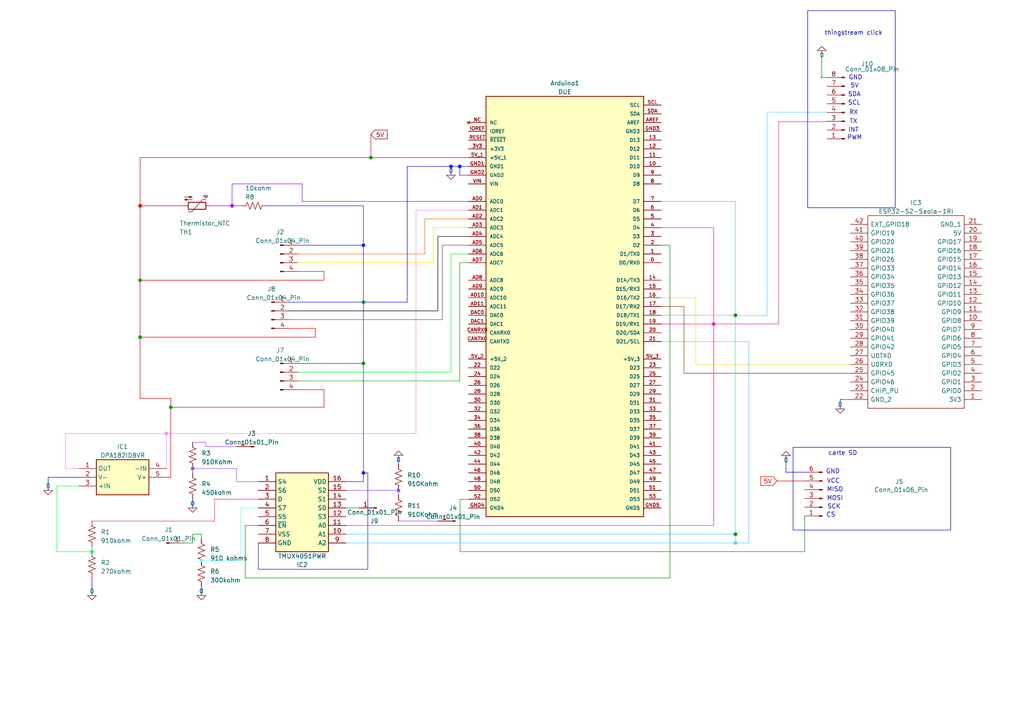
<source format=kicad_sch>
(kicad_sch (version 20230121) (generator eeschema)

  (uuid 4b45ca3e-171c-4a98-9baa-55a88d8c314f)

  (paper "A4")

  (lib_symbols
    (symbol "A000062:A000062" (pin_names (offset 1.016)) (in_bom yes) (on_board yes)
      (property "Reference" "U" (at -22.86 61.722 0)
        (effects (font (size 1.27 1.27)) (justify left bottom))
      )
      (property "Value" "A000062" (at -22.86 -63.5 0)
        (effects (font (size 1.27 1.27)) (justify left bottom))
      )
      (property "Footprint" "MODULE_A000062" (at 0 0 0)
        (effects (font (size 1.27 1.27)) (justify left bottom) hide)
      )
      (property "Datasheet" "" (at 0 0 0)
        (effects (font (size 1.27 1.27)) (justify left bottom) hide)
      )
      (property "Description" "\\nArduino Due (+headers) | A000062 Arduino Corporation Embedded System Development Boards & Kits AT91SAM3X8E - Arrow.com\\n" (at 0 0 0)
        (effects (font (size 1.27 1.27)) (justify left bottom) hide)
      )
      (property "Availability" "In Stock" (at 0 0 0)
        (effects (font (size 1.27 1.27)) (justify left bottom) hide)
      )
      (property "Price" "None" (at 0 0 0)
        (effects (font (size 1.27 1.27)) (justify left bottom) hide)
      )
      (property "MF" "Arduino" (at 0 0 0)
        (effects (font (size 1.27 1.27)) (justify left bottom) hide)
      )
      (property "Package" "None" (at 0 0 0)
        (effects (font (size 1.27 1.27)) (justify left bottom) hide)
      )
      (property "MP" "A000062" (at 0 0 0)
        (effects (font (size 1.27 1.27)) (justify left bottom) hide)
      )
      (property "Purchase-URL" "https://pricing.snapeda.com/search/part/A000062/?ref=eda" (at 0 0 0)
        (effects (font (size 1.27 1.27)) (justify left bottom) hide)
      )
      (property "ki_locked" "" (at 0 0 0)
        (effects (font (size 1.27 1.27)))
      )
      (symbol "A000062_0_0"
        (rectangle (start -22.86 -60.96) (end 22.86 60.96)
          (stroke (width 0.254) (type solid))
          (fill (type background))
        )
        (pin bidirectional line (at 27.94 12.7 180) (length 5.08)
          (name "D0/RX0" (effects (font (size 1.016 1.016))))
          (number "0" (effects (font (size 1.016 1.016))))
        )
        (pin bidirectional line (at 27.94 15.24 180) (length 5.08)
          (name "D1/TX0" (effects (font (size 1.016 1.016))))
          (number "1" (effects (font (size 1.016 1.016))))
        )
        (pin bidirectional line (at 27.94 40.64 180) (length 5.08)
          (name "D10" (effects (font (size 1.016 1.016))))
          (number "10" (effects (font (size 1.016 1.016))))
        )
        (pin bidirectional line (at 27.94 43.18 180) (length 5.08)
          (name "D11" (effects (font (size 1.016 1.016))))
          (number "11" (effects (font (size 1.016 1.016))))
        )
        (pin bidirectional line (at 27.94 45.72 180) (length 5.08)
          (name "D12" (effects (font (size 1.016 1.016))))
          (number "12" (effects (font (size 1.016 1.016))))
        )
        (pin bidirectional line (at 27.94 48.26 180) (length 5.08)
          (name "D13" (effects (font (size 1.016 1.016))))
          (number "13" (effects (font (size 1.016 1.016))))
        )
        (pin bidirectional line (at 27.94 7.62 180) (length 5.08)
          (name "D14/TX3" (effects (font (size 1.016 1.016))))
          (number "14" (effects (font (size 1.016 1.016))))
        )
        (pin bidirectional line (at 27.94 5.08 180) (length 5.08)
          (name "D15/RX3" (effects (font (size 1.016 1.016))))
          (number "15" (effects (font (size 1.016 1.016))))
        )
        (pin bidirectional line (at 27.94 2.54 180) (length 5.08)
          (name "D16/TX2" (effects (font (size 1.016 1.016))))
          (number "16" (effects (font (size 1.016 1.016))))
        )
        (pin bidirectional line (at 27.94 0 180) (length 5.08)
          (name "D17/RX2" (effects (font (size 1.016 1.016))))
          (number "17" (effects (font (size 1.016 1.016))))
        )
        (pin bidirectional line (at 27.94 -2.54 180) (length 5.08)
          (name "D18/TX1" (effects (font (size 1.016 1.016))))
          (number "18" (effects (font (size 1.016 1.016))))
        )
        (pin bidirectional line (at 27.94 -5.08 180) (length 5.08)
          (name "D19/RX1" (effects (font (size 1.016 1.016))))
          (number "19" (effects (font (size 1.016 1.016))))
        )
        (pin bidirectional line (at 27.94 17.78 180) (length 5.08)
          (name "D2" (effects (font (size 1.016 1.016))))
          (number "2" (effects (font (size 1.016 1.016))))
        )
        (pin bidirectional line (at 27.94 -7.62 180) (length 5.08)
          (name "D20/SDA" (effects (font (size 1.016 1.016))))
          (number "20" (effects (font (size 1.016 1.016))))
        )
        (pin bidirectional line (at 27.94 -10.16 180) (length 5.08)
          (name "D21/SCL" (effects (font (size 1.016 1.016))))
          (number "21" (effects (font (size 1.016 1.016))))
        )
        (pin bidirectional line (at -27.94 -17.78 0) (length 5.08)
          (name "D22" (effects (font (size 1.016 1.016))))
          (number "22" (effects (font (size 1.016 1.016))))
        )
        (pin bidirectional line (at 27.94 -17.78 180) (length 5.08)
          (name "D23" (effects (font (size 1.016 1.016))))
          (number "23" (effects (font (size 1.016 1.016))))
        )
        (pin bidirectional line (at -27.94 -20.32 0) (length 5.08)
          (name "D24" (effects (font (size 1.016 1.016))))
          (number "24" (effects (font (size 1.016 1.016))))
        )
        (pin bidirectional line (at 27.94 -20.32 180) (length 5.08)
          (name "D25" (effects (font (size 1.016 1.016))))
          (number "25" (effects (font (size 1.016 1.016))))
        )
        (pin bidirectional line (at -27.94 -22.86 0) (length 5.08)
          (name "D26" (effects (font (size 1.016 1.016))))
          (number "26" (effects (font (size 1.016 1.016))))
        )
        (pin bidirectional line (at 27.94 -22.86 180) (length 5.08)
          (name "D27" (effects (font (size 1.016 1.016))))
          (number "27" (effects (font (size 1.016 1.016))))
        )
        (pin bidirectional line (at -27.94 -25.4 0) (length 5.08)
          (name "D28" (effects (font (size 1.016 1.016))))
          (number "28" (effects (font (size 1.016 1.016))))
        )
        (pin bidirectional line (at 27.94 -25.4 180) (length 5.08)
          (name "D29" (effects (font (size 1.016 1.016))))
          (number "29" (effects (font (size 1.016 1.016))))
        )
        (pin bidirectional line (at 27.94 20.32 180) (length 5.08)
          (name "D3" (effects (font (size 1.016 1.016))))
          (number "3" (effects (font (size 1.016 1.016))))
        )
        (pin bidirectional line (at -27.94 -27.94 0) (length 5.08)
          (name "D30" (effects (font (size 1.016 1.016))))
          (number "30" (effects (font (size 1.016 1.016))))
        )
        (pin bidirectional line (at 27.94 -27.94 180) (length 5.08)
          (name "D31" (effects (font (size 1.016 1.016))))
          (number "31" (effects (font (size 1.016 1.016))))
        )
        (pin bidirectional line (at -27.94 -30.48 0) (length 5.08)
          (name "D32" (effects (font (size 1.016 1.016))))
          (number "32" (effects (font (size 1.016 1.016))))
        )
        (pin bidirectional line (at 27.94 -30.48 180) (length 5.08)
          (name "D33" (effects (font (size 1.016 1.016))))
          (number "33" (effects (font (size 1.016 1.016))))
        )
        (pin bidirectional line (at -27.94 -33.02 0) (length 5.08)
          (name "D34" (effects (font (size 1.016 1.016))))
          (number "34" (effects (font (size 1.016 1.016))))
        )
        (pin bidirectional line (at 27.94 -33.02 180) (length 5.08)
          (name "D35" (effects (font (size 1.016 1.016))))
          (number "35" (effects (font (size 1.016 1.016))))
        )
        (pin bidirectional line (at -27.94 -35.56 0) (length 5.08)
          (name "D36" (effects (font (size 1.016 1.016))))
          (number "36" (effects (font (size 1.016 1.016))))
        )
        (pin bidirectional line (at 27.94 -35.56 180) (length 5.08)
          (name "D37" (effects (font (size 1.016 1.016))))
          (number "37" (effects (font (size 1.016 1.016))))
        )
        (pin bidirectional line (at -27.94 -38.1 0) (length 5.08)
          (name "D38" (effects (font (size 1.016 1.016))))
          (number "38" (effects (font (size 1.016 1.016))))
        )
        (pin bidirectional line (at 27.94 -38.1 180) (length 5.08)
          (name "D39" (effects (font (size 1.016 1.016))))
          (number "39" (effects (font (size 1.016 1.016))))
        )
        (pin power_in line (at -27.94 45.72 0) (length 5.08)
          (name "+3V3" (effects (font (size 1.016 1.016))))
          (number "3V3" (effects (font (size 1.016 1.016))))
        )
        (pin bidirectional line (at 27.94 22.86 180) (length 5.08)
          (name "D4" (effects (font (size 1.016 1.016))))
          (number "4" (effects (font (size 1.016 1.016))))
        )
        (pin bidirectional line (at -27.94 -40.64 0) (length 5.08)
          (name "D40" (effects (font (size 1.016 1.016))))
          (number "40" (effects (font (size 1.016 1.016))))
        )
        (pin bidirectional line (at 27.94 -40.64 180) (length 5.08)
          (name "D41" (effects (font (size 1.016 1.016))))
          (number "41" (effects (font (size 1.016 1.016))))
        )
        (pin bidirectional line (at -27.94 -43.18 0) (length 5.08)
          (name "D42" (effects (font (size 1.016 1.016))))
          (number "42" (effects (font (size 1.016 1.016))))
        )
        (pin bidirectional line (at 27.94 -43.18 180) (length 5.08)
          (name "D43" (effects (font (size 1.016 1.016))))
          (number "43" (effects (font (size 1.016 1.016))))
        )
        (pin bidirectional line (at -27.94 -45.72 0) (length 5.08)
          (name "D44" (effects (font (size 1.016 1.016))))
          (number "44" (effects (font (size 1.016 1.016))))
        )
        (pin bidirectional line (at 27.94 -45.72 180) (length 5.08)
          (name "D45" (effects (font (size 1.016 1.016))))
          (number "45" (effects (font (size 1.016 1.016))))
        )
        (pin bidirectional line (at -27.94 -48.26 0) (length 5.08)
          (name "D46" (effects (font (size 1.016 1.016))))
          (number "46" (effects (font (size 1.016 1.016))))
        )
        (pin bidirectional line (at 27.94 -48.26 180) (length 5.08)
          (name "D47" (effects (font (size 1.016 1.016))))
          (number "47" (effects (font (size 1.016 1.016))))
        )
        (pin bidirectional line (at -27.94 -50.8 0) (length 5.08)
          (name "D48" (effects (font (size 1.016 1.016))))
          (number "48" (effects (font (size 1.016 1.016))))
        )
        (pin bidirectional line (at 27.94 -50.8 180) (length 5.08)
          (name "D49" (effects (font (size 1.016 1.016))))
          (number "49" (effects (font (size 1.016 1.016))))
        )
        (pin bidirectional line (at 27.94 25.4 180) (length 5.08)
          (name "D5" (effects (font (size 1.016 1.016))))
          (number "5" (effects (font (size 1.016 1.016))))
        )
        (pin bidirectional line (at -27.94 -53.34 0) (length 5.08)
          (name "D50" (effects (font (size 1.016 1.016))))
          (number "50" (effects (font (size 1.016 1.016))))
        )
        (pin bidirectional line (at 27.94 -53.34 180) (length 5.08)
          (name "D51" (effects (font (size 1.016 1.016))))
          (number "51" (effects (font (size 1.016 1.016))))
        )
        (pin bidirectional line (at -27.94 -55.88 0) (length 5.08)
          (name "D52" (effects (font (size 1.016 1.016))))
          (number "52" (effects (font (size 1.016 1.016))))
        )
        (pin bidirectional line (at 27.94 -55.88 180) (length 5.08)
          (name "D53" (effects (font (size 1.016 1.016))))
          (number "53" (effects (font (size 1.016 1.016))))
        )
        (pin power_in line (at -27.94 43.18 0) (length 5.08)
          (name "+5V_1" (effects (font (size 1.016 1.016))))
          (number "5V_1" (effects (font (size 1.016 1.016))))
        )
        (pin power_in line (at -27.94 -15.24 0) (length 5.08)
          (name "+5V_2" (effects (font (size 1.016 1.016))))
          (number "5V_2" (effects (font (size 1.016 1.016))))
        )
        (pin power_in line (at 27.94 -15.24 180) (length 5.08)
          (name "+5V_3" (effects (font (size 1.016 1.016))))
          (number "5V_3" (effects (font (size 1.016 1.016))))
        )
        (pin bidirectional line (at 27.94 27.94 180) (length 5.08)
          (name "D6" (effects (font (size 1.016 1.016))))
          (number "6" (effects (font (size 1.016 1.016))))
        )
        (pin bidirectional line (at 27.94 30.48 180) (length 5.08)
          (name "D7" (effects (font (size 1.016 1.016))))
          (number "7" (effects (font (size 1.016 1.016))))
        )
        (pin bidirectional line (at 27.94 35.56 180) (length 5.08)
          (name "D8" (effects (font (size 1.016 1.016))))
          (number "8" (effects (font (size 1.016 1.016))))
        )
        (pin bidirectional line (at 27.94 38.1 180) (length 5.08)
          (name "D9" (effects (font (size 1.016 1.016))))
          (number "9" (effects (font (size 1.016 1.016))))
        )
        (pin bidirectional line (at -27.94 30.48 0) (length 5.08)
          (name "ADC0" (effects (font (size 1.016 1.016))))
          (number "AD0" (effects (font (size 1.016 1.016))))
        )
        (pin bidirectional line (at -27.94 27.94 0) (length 5.08)
          (name "ADC1" (effects (font (size 1.016 1.016))))
          (number "AD1" (effects (font (size 1.016 1.016))))
        )
        (pin bidirectional line (at -27.94 2.54 0) (length 5.08)
          (name "ADC10" (effects (font (size 1.016 1.016))))
          (number "AD10" (effects (font (size 1.016 1.016))))
        )
        (pin bidirectional line (at -27.94 0 0) (length 5.08)
          (name "ADC11" (effects (font (size 1.016 1.016))))
          (number "AD11" (effects (font (size 1.016 1.016))))
        )
        (pin bidirectional line (at -27.94 25.4 0) (length 5.08)
          (name "ADC2" (effects (font (size 1.016 1.016))))
          (number "AD2" (effects (font (size 1.016 1.016))))
        )
        (pin bidirectional line (at -27.94 22.86 0) (length 5.08)
          (name "ADC3" (effects (font (size 1.016 1.016))))
          (number "AD3" (effects (font (size 1.016 1.016))))
        )
        (pin bidirectional line (at -27.94 20.32 0) (length 5.08)
          (name "ADC4" (effects (font (size 1.016 1.016))))
          (number "AD4" (effects (font (size 1.016 1.016))))
        )
        (pin bidirectional line (at -27.94 17.78 0) (length 5.08)
          (name "ADC5" (effects (font (size 1.016 1.016))))
          (number "AD5" (effects (font (size 1.016 1.016))))
        )
        (pin bidirectional line (at -27.94 15.24 0) (length 5.08)
          (name "ADC6" (effects (font (size 1.016 1.016))))
          (number "AD6" (effects (font (size 1.016 1.016))))
        )
        (pin bidirectional line (at -27.94 12.7 0) (length 5.08)
          (name "ADC7" (effects (font (size 1.016 1.016))))
          (number "AD7" (effects (font (size 1.016 1.016))))
        )
        (pin bidirectional line (at -27.94 7.62 0) (length 5.08)
          (name "ADC8" (effects (font (size 1.016 1.016))))
          (number "AD8" (effects (font (size 1.016 1.016))))
        )
        (pin bidirectional line (at -27.94 5.08 0) (length 5.08)
          (name "ADC9" (effects (font (size 1.016 1.016))))
          (number "AD9" (effects (font (size 1.016 1.016))))
        )
        (pin input line (at 27.94 53.34 180) (length 5.08)
          (name "AREF" (effects (font (size 1.016 1.016))))
          (number "AREF" (effects (font (size 1.016 1.016))))
        )
        (pin bidirectional line (at -27.94 -7.62 0) (length 5.08)
          (name "CANRX0" (effects (font (size 1.016 1.016))))
          (number "CANRX0" (effects (font (size 1.016 1.016))))
        )
        (pin bidirectional line (at -27.94 -10.16 0) (length 5.08)
          (name "CANTX0" (effects (font (size 1.016 1.016))))
          (number "CANTX0" (effects (font (size 1.016 1.016))))
        )
        (pin bidirectional line (at -27.94 -2.54 0) (length 5.08)
          (name "DAC0" (effects (font (size 1.016 1.016))))
          (number "DAC0" (effects (font (size 1.016 1.016))))
        )
        (pin bidirectional line (at -27.94 -5.08 0) (length 5.08)
          (name "DAC1" (effects (font (size 1.016 1.016))))
          (number "DAC1" (effects (font (size 1.016 1.016))))
        )
        (pin power_in line (at -27.94 40.64 0) (length 5.08)
          (name "GND1" (effects (font (size 1.016 1.016))))
          (number "GND1" (effects (font (size 1.016 1.016))))
        )
        (pin power_in line (at -27.94 38.1 0) (length 5.08)
          (name "GND2" (effects (font (size 1.016 1.016))))
          (number "GND2" (effects (font (size 1.016 1.016))))
        )
        (pin power_in line (at 27.94 50.8 180) (length 5.08)
          (name "GND3" (effects (font (size 1.016 1.016))))
          (number "GND3" (effects (font (size 1.016 1.016))))
        )
        (pin power_in line (at -27.94 -58.42 0) (length 5.08)
          (name "GND4" (effects (font (size 1.016 1.016))))
          (number "GND4" (effects (font (size 1.016 1.016))))
        )
        (pin power_in line (at 27.94 -58.42 180) (length 5.08)
          (name "GND5" (effects (font (size 1.016 1.016))))
          (number "GND5" (effects (font (size 1.016 1.016))))
        )
        (pin bidirectional line (at -27.94 50.8 0) (length 5.08)
          (name "IOREF" (effects (font (size 1.016 1.016))))
          (number "IOREF" (effects (font (size 1.016 1.016))))
        )
        (pin no_connect line (at -27.94 53.34 0) (length 5.08)
          (name "NC" (effects (font (size 1.016 1.016))))
          (number "NC" (effects (font (size 1.016 1.016))))
        )
        (pin input line (at -27.94 48.26 0) (length 5.08)
          (name "~{RESET}" (effects (font (size 1.016 1.016))))
          (number "RESET" (effects (font (size 1.016 1.016))))
        )
        (pin bidirectional line (at 27.94 58.42 180) (length 5.08)
          (name "SCL" (effects (font (size 1.016 1.016))))
          (number "SCL" (effects (font (size 1.016 1.016))))
        )
        (pin bidirectional line (at 27.94 55.88 180) (length 5.08)
          (name "SDA" (effects (font (size 1.016 1.016))))
          (number "SDA" (effects (font (size 1.016 1.016))))
        )
        (pin input line (at -27.94 35.56 0) (length 5.08)
          (name "VIN" (effects (font (size 1.016 1.016))))
          (number "VIN" (effects (font (size 1.016 1.016))))
        )
      )
    )
    (symbol "Connector:Conn_01x01_Pin" (pin_names (offset 1.016) hide) (in_bom yes) (on_board yes)
      (property "Reference" "J" (at 0 2.54 0)
        (effects (font (size 1.27 1.27)))
      )
      (property "Value" "Conn_01x01_Pin" (at 0 -2.54 0)
        (effects (font (size 1.27 1.27)))
      )
      (property "Footprint" "" (at 0 0 0)
        (effects (font (size 1.27 1.27)) hide)
      )
      (property "Datasheet" "~" (at 0 0 0)
        (effects (font (size 1.27 1.27)) hide)
      )
      (property "ki_locked" "" (at 0 0 0)
        (effects (font (size 1.27 1.27)))
      )
      (property "ki_keywords" "connector" (at 0 0 0)
        (effects (font (size 1.27 1.27)) hide)
      )
      (property "ki_description" "Generic connector, single row, 01x01, script generated" (at 0 0 0)
        (effects (font (size 1.27 1.27)) hide)
      )
      (property "ki_fp_filters" "Connector*:*_1x??_*" (at 0 0 0)
        (effects (font (size 1.27 1.27)) hide)
      )
      (symbol "Conn_01x01_Pin_1_1"
        (polyline
          (pts
            (xy 1.27 0)
            (xy 0.8636 0)
          )
          (stroke (width 0.1524) (type default))
          (fill (type none))
        )
        (rectangle (start 0.8636 0.127) (end 0 -0.127)
          (stroke (width 0.1524) (type default))
          (fill (type outline))
        )
        (pin passive line (at 5.08 0 180) (length 3.81)
          (name "Pin_1" (effects (font (size 1.27 1.27))))
          (number "1" (effects (font (size 1.27 1.27))))
        )
      )
    )
    (symbol "Connector:Conn_01x04_Pin" (pin_names (offset 1.016) hide) (in_bom yes) (on_board yes)
      (property "Reference" "J" (at 0 5.08 0)
        (effects (font (size 1.27 1.27)))
      )
      (property "Value" "Conn_01x04_Pin" (at 0 -7.62 0)
        (effects (font (size 1.27 1.27)))
      )
      (property "Footprint" "" (at 0 0 0)
        (effects (font (size 1.27 1.27)) hide)
      )
      (property "Datasheet" "~" (at 0 0 0)
        (effects (font (size 1.27 1.27)) hide)
      )
      (property "ki_locked" "" (at 0 0 0)
        (effects (font (size 1.27 1.27)))
      )
      (property "ki_keywords" "connector" (at 0 0 0)
        (effects (font (size 1.27 1.27)) hide)
      )
      (property "ki_description" "Generic connector, single row, 01x04, script generated" (at 0 0 0)
        (effects (font (size 1.27 1.27)) hide)
      )
      (property "ki_fp_filters" "Connector*:*_1x??_*" (at 0 0 0)
        (effects (font (size 1.27 1.27)) hide)
      )
      (symbol "Conn_01x04_Pin_1_1"
        (polyline
          (pts
            (xy 1.27 -5.08)
            (xy 0.8636 -5.08)
          )
          (stroke (width 0.1524) (type default))
          (fill (type none))
        )
        (polyline
          (pts
            (xy 1.27 -2.54)
            (xy 0.8636 -2.54)
          )
          (stroke (width 0.1524) (type default))
          (fill (type none))
        )
        (polyline
          (pts
            (xy 1.27 0)
            (xy 0.8636 0)
          )
          (stroke (width 0.1524) (type default))
          (fill (type none))
        )
        (polyline
          (pts
            (xy 1.27 2.54)
            (xy 0.8636 2.54)
          )
          (stroke (width 0.1524) (type default))
          (fill (type none))
        )
        (rectangle (start 0.8636 -4.953) (end 0 -5.207)
          (stroke (width 0.1524) (type default))
          (fill (type outline))
        )
        (rectangle (start 0.8636 -2.413) (end 0 -2.667)
          (stroke (width 0.1524) (type default))
          (fill (type outline))
        )
        (rectangle (start 0.8636 0.127) (end 0 -0.127)
          (stroke (width 0.1524) (type default))
          (fill (type outline))
        )
        (rectangle (start 0.8636 2.667) (end 0 2.413)
          (stroke (width 0.1524) (type default))
          (fill (type outline))
        )
        (pin passive line (at 5.08 2.54 180) (length 3.81)
          (name "Pin_1" (effects (font (size 1.27 1.27))))
          (number "1" (effects (font (size 1.27 1.27))))
        )
        (pin passive line (at 5.08 0 180) (length 3.81)
          (name "Pin_2" (effects (font (size 1.27 1.27))))
          (number "2" (effects (font (size 1.27 1.27))))
        )
        (pin passive line (at 5.08 -2.54 180) (length 3.81)
          (name "Pin_3" (effects (font (size 1.27 1.27))))
          (number "3" (effects (font (size 1.27 1.27))))
        )
        (pin passive line (at 5.08 -5.08 180) (length 3.81)
          (name "Pin_4" (effects (font (size 1.27 1.27))))
          (number "4" (effects (font (size 1.27 1.27))))
        )
      )
    )
    (symbol "Connector:Conn_01x06_Pin" (pin_names (offset 1.016) hide) (in_bom yes) (on_board yes)
      (property "Reference" "J" (at 0 7.62 0)
        (effects (font (size 1.27 1.27)))
      )
      (property "Value" "Conn_01x06_Pin" (at 0 -10.16 0)
        (effects (font (size 1.27 1.27)))
      )
      (property "Footprint" "" (at 0 0 0)
        (effects (font (size 1.27 1.27)) hide)
      )
      (property "Datasheet" "~" (at 0 0 0)
        (effects (font (size 1.27 1.27)) hide)
      )
      (property "ki_locked" "" (at 0 0 0)
        (effects (font (size 1.27 1.27)))
      )
      (property "ki_keywords" "connector" (at 0 0 0)
        (effects (font (size 1.27 1.27)) hide)
      )
      (property "ki_description" "Generic connector, single row, 01x06, script generated" (at 0 0 0)
        (effects (font (size 1.27 1.27)) hide)
      )
      (property "ki_fp_filters" "Connector*:*_1x??_*" (at 0 0 0)
        (effects (font (size 1.27 1.27)) hide)
      )
      (symbol "Conn_01x06_Pin_1_1"
        (polyline
          (pts
            (xy 1.27 -7.62)
            (xy 0.8636 -7.62)
          )
          (stroke (width 0.1524) (type default))
          (fill (type none))
        )
        (polyline
          (pts
            (xy 1.27 -5.08)
            (xy 0.8636 -5.08)
          )
          (stroke (width 0.1524) (type default))
          (fill (type none))
        )
        (polyline
          (pts
            (xy 1.27 -2.54)
            (xy 0.8636 -2.54)
          )
          (stroke (width 0.1524) (type default))
          (fill (type none))
        )
        (polyline
          (pts
            (xy 1.27 0)
            (xy 0.8636 0)
          )
          (stroke (width 0.1524) (type default))
          (fill (type none))
        )
        (polyline
          (pts
            (xy 1.27 2.54)
            (xy 0.8636 2.54)
          )
          (stroke (width 0.1524) (type default))
          (fill (type none))
        )
        (polyline
          (pts
            (xy 1.27 5.08)
            (xy 0.8636 5.08)
          )
          (stroke (width 0.1524) (type default))
          (fill (type none))
        )
        (rectangle (start 0.8636 -7.493) (end 0 -7.747)
          (stroke (width 0.1524) (type default))
          (fill (type outline))
        )
        (rectangle (start 0.8636 -4.953) (end 0 -5.207)
          (stroke (width 0.1524) (type default))
          (fill (type outline))
        )
        (rectangle (start 0.8636 -2.413) (end 0 -2.667)
          (stroke (width 0.1524) (type default))
          (fill (type outline))
        )
        (rectangle (start 0.8636 0.127) (end 0 -0.127)
          (stroke (width 0.1524) (type default))
          (fill (type outline))
        )
        (rectangle (start 0.8636 2.667) (end 0 2.413)
          (stroke (width 0.1524) (type default))
          (fill (type outline))
        )
        (rectangle (start 0.8636 5.207) (end 0 4.953)
          (stroke (width 0.1524) (type default))
          (fill (type outline))
        )
        (pin passive line (at 5.08 5.08 180) (length 3.81)
          (name "Pin_1" (effects (font (size 1.27 1.27))))
          (number "1" (effects (font (size 1.27 1.27))))
        )
        (pin passive line (at 5.08 2.54 180) (length 3.81)
          (name "Pin_2" (effects (font (size 1.27 1.27))))
          (number "2" (effects (font (size 1.27 1.27))))
        )
        (pin passive line (at 5.08 0 180) (length 3.81)
          (name "Pin_3" (effects (font (size 1.27 1.27))))
          (number "3" (effects (font (size 1.27 1.27))))
        )
        (pin passive line (at 5.08 -2.54 180) (length 3.81)
          (name "Pin_4" (effects (font (size 1.27 1.27))))
          (number "4" (effects (font (size 1.27 1.27))))
        )
        (pin passive line (at 5.08 -5.08 180) (length 3.81)
          (name "Pin_5" (effects (font (size 1.27 1.27))))
          (number "5" (effects (font (size 1.27 1.27))))
        )
        (pin passive line (at 5.08 -7.62 180) (length 3.81)
          (name "Pin_6" (effects (font (size 1.27 1.27))))
          (number "6" (effects (font (size 1.27 1.27))))
        )
      )
    )
    (symbol "Connector:Conn_01x08_Pin" (pin_names (offset 1.016) hide) (in_bom yes) (on_board yes)
      (property "Reference" "J" (at 0 10.16 0)
        (effects (font (size 1.27 1.27)))
      )
      (property "Value" "Conn_01x08_Pin" (at 0 -12.7 0)
        (effects (font (size 1.27 1.27)))
      )
      (property "Footprint" "" (at 0 0 0)
        (effects (font (size 1.27 1.27)) hide)
      )
      (property "Datasheet" "~" (at 0 0 0)
        (effects (font (size 1.27 1.27)) hide)
      )
      (property "ki_locked" "" (at 0 0 0)
        (effects (font (size 1.27 1.27)))
      )
      (property "ki_keywords" "connector" (at 0 0 0)
        (effects (font (size 1.27 1.27)) hide)
      )
      (property "ki_description" "Generic connector, single row, 01x08, script generated" (at 0 0 0)
        (effects (font (size 1.27 1.27)) hide)
      )
      (property "ki_fp_filters" "Connector*:*_1x??_*" (at 0 0 0)
        (effects (font (size 1.27 1.27)) hide)
      )
      (symbol "Conn_01x08_Pin_1_1"
        (polyline
          (pts
            (xy 1.27 -10.16)
            (xy 0.8636 -10.16)
          )
          (stroke (width 0.1524) (type default))
          (fill (type none))
        )
        (polyline
          (pts
            (xy 1.27 -7.62)
            (xy 0.8636 -7.62)
          )
          (stroke (width 0.1524) (type default))
          (fill (type none))
        )
        (polyline
          (pts
            (xy 1.27 -5.08)
            (xy 0.8636 -5.08)
          )
          (stroke (width 0.1524) (type default))
          (fill (type none))
        )
        (polyline
          (pts
            (xy 1.27 -2.54)
            (xy 0.8636 -2.54)
          )
          (stroke (width 0.1524) (type default))
          (fill (type none))
        )
        (polyline
          (pts
            (xy 1.27 0)
            (xy 0.8636 0)
          )
          (stroke (width 0.1524) (type default))
          (fill (type none))
        )
        (polyline
          (pts
            (xy 1.27 2.54)
            (xy 0.8636 2.54)
          )
          (stroke (width 0.1524) (type default))
          (fill (type none))
        )
        (polyline
          (pts
            (xy 1.27 5.08)
            (xy 0.8636 5.08)
          )
          (stroke (width 0.1524) (type default))
          (fill (type none))
        )
        (polyline
          (pts
            (xy 1.27 7.62)
            (xy 0.8636 7.62)
          )
          (stroke (width 0.1524) (type default))
          (fill (type none))
        )
        (rectangle (start 0.8636 -10.033) (end 0 -10.287)
          (stroke (width 0.1524) (type default))
          (fill (type outline))
        )
        (rectangle (start 0.8636 -7.493) (end 0 -7.747)
          (stroke (width 0.1524) (type default))
          (fill (type outline))
        )
        (rectangle (start 0.8636 -4.953) (end 0 -5.207)
          (stroke (width 0.1524) (type default))
          (fill (type outline))
        )
        (rectangle (start 0.8636 -2.413) (end 0 -2.667)
          (stroke (width 0.1524) (type default))
          (fill (type outline))
        )
        (rectangle (start 0.8636 0.127) (end 0 -0.127)
          (stroke (width 0.1524) (type default))
          (fill (type outline))
        )
        (rectangle (start 0.8636 2.667) (end 0 2.413)
          (stroke (width 0.1524) (type default))
          (fill (type outline))
        )
        (rectangle (start 0.8636 5.207) (end 0 4.953)
          (stroke (width 0.1524) (type default))
          (fill (type outline))
        )
        (rectangle (start 0.8636 7.747) (end 0 7.493)
          (stroke (width 0.1524) (type default))
          (fill (type outline))
        )
        (pin passive line (at 5.08 7.62 180) (length 3.81)
          (name "Pin_1" (effects (font (size 1.27 1.27))))
          (number "1" (effects (font (size 1.27 1.27))))
        )
        (pin passive line (at 5.08 5.08 180) (length 3.81)
          (name "Pin_2" (effects (font (size 1.27 1.27))))
          (number "2" (effects (font (size 1.27 1.27))))
        )
        (pin passive line (at 5.08 2.54 180) (length 3.81)
          (name "Pin_3" (effects (font (size 1.27 1.27))))
          (number "3" (effects (font (size 1.27 1.27))))
        )
        (pin passive line (at 5.08 0 180) (length 3.81)
          (name "Pin_4" (effects (font (size 1.27 1.27))))
          (number "4" (effects (font (size 1.27 1.27))))
        )
        (pin passive line (at 5.08 -2.54 180) (length 3.81)
          (name "Pin_5" (effects (font (size 1.27 1.27))))
          (number "5" (effects (font (size 1.27 1.27))))
        )
        (pin passive line (at 5.08 -5.08 180) (length 3.81)
          (name "Pin_6" (effects (font (size 1.27 1.27))))
          (number "6" (effects (font (size 1.27 1.27))))
        )
        (pin passive line (at 5.08 -7.62 180) (length 3.81)
          (name "Pin_7" (effects (font (size 1.27 1.27))))
          (number "7" (effects (font (size 1.27 1.27))))
        )
        (pin passive line (at 5.08 -10.16 180) (length 3.81)
          (name "Pin_8" (effects (font (size 1.27 1.27))))
          (number "8" (effects (font (size 1.27 1.27))))
        )
      )
    )
    (symbol "Device:Thermistor_NTC" (pin_numbers hide) (pin_names (offset 0)) (in_bom yes) (on_board yes)
      (property "Reference" "TH" (at -4.445 0 90)
        (effects (font (size 1.27 1.27)))
      )
      (property "Value" "Thermistor_NTC" (at 3.175 0 90)
        (effects (font (size 1.27 1.27)))
      )
      (property "Footprint" "" (at 0 1.27 0)
        (effects (font (size 1.27 1.27)) hide)
      )
      (property "Datasheet" "~" (at 0 1.27 0)
        (effects (font (size 1.27 1.27)) hide)
      )
      (property "ki_keywords" "thermistor NTC resistor sensor RTD" (at 0 0 0)
        (effects (font (size 1.27 1.27)) hide)
      )
      (property "ki_description" "Temperature dependent resistor, negative temperature coefficient" (at 0 0 0)
        (effects (font (size 1.27 1.27)) hide)
      )
      (property "ki_fp_filters" "*NTC* *Thermistor* PIN?ARRAY* bornier* *Terminal?Block* R_*" (at 0 0 0)
        (effects (font (size 1.27 1.27)) hide)
      )
      (symbol "Thermistor_NTC_0_1"
        (arc (start -3.048 2.159) (mid -3.0495 2.3143) (end -3.175 2.413)
          (stroke (width 0) (type default))
          (fill (type none))
        )
        (arc (start -3.048 2.159) (mid -2.9736 1.9794) (end -2.794 1.905)
          (stroke (width 0) (type default))
          (fill (type none))
        )
        (arc (start -3.048 2.794) (mid -2.9736 2.6144) (end -2.794 2.54)
          (stroke (width 0) (type default))
          (fill (type none))
        )
        (arc (start -2.794 1.905) (mid -2.6144 1.9794) (end -2.54 2.159)
          (stroke (width 0) (type default))
          (fill (type none))
        )
        (arc (start -2.794 2.54) (mid -2.4393 2.5587) (end -2.159 2.794)
          (stroke (width 0) (type default))
          (fill (type none))
        )
        (arc (start -2.794 3.048) (mid -2.9736 2.9736) (end -3.048 2.794)
          (stroke (width 0) (type default))
          (fill (type none))
        )
        (arc (start -2.54 2.794) (mid -2.6144 2.9736) (end -2.794 3.048)
          (stroke (width 0) (type default))
          (fill (type none))
        )
        (rectangle (start -1.016 2.54) (end 1.016 -2.54)
          (stroke (width 0.254) (type default))
          (fill (type none))
        )
        (polyline
          (pts
            (xy -2.54 2.159)
            (xy -2.54 2.794)
          )
          (stroke (width 0) (type default))
          (fill (type none))
        )
        (polyline
          (pts
            (xy -1.778 2.54)
            (xy -1.778 1.524)
            (xy 1.778 -1.524)
            (xy 1.778 -2.54)
          )
          (stroke (width 0) (type default))
          (fill (type none))
        )
        (polyline
          (pts
            (xy -2.54 -3.683)
            (xy -2.54 -1.397)
            (xy -2.794 -2.159)
            (xy -2.286 -2.159)
            (xy -2.54 -1.397)
            (xy -2.54 -1.651)
          )
          (stroke (width 0) (type default))
          (fill (type outline))
        )
        (polyline
          (pts
            (xy -1.778 -1.397)
            (xy -1.778 -3.683)
            (xy -2.032 -2.921)
            (xy -1.524 -2.921)
            (xy -1.778 -3.683)
            (xy -1.778 -3.429)
          )
          (stroke (width 0) (type default))
          (fill (type outline))
        )
      )
      (symbol "Thermistor_NTC_1_1"
        (pin passive line (at 0 3.81 270) (length 1.27)
          (name "~" (effects (font (size 1.27 1.27))))
          (number "1" (effects (font (size 1.27 1.27))))
        )
        (pin passive line (at 0 -3.81 90) (length 1.27)
          (name "~" (effects (font (size 1.27 1.27))))
          (number "2" (effects (font (size 1.27 1.27))))
        )
      )
    )
    (symbol "ESP32-S2-Saola-1RI:ESP32-S2-Saola-1RI" (pin_names (offset 0.762)) (in_bom yes) (on_board yes)
      (property "Reference" "IC" (at 34.29 7.62 0)
        (effects (font (size 1.27 1.27)) (justify left))
      )
      (property "Value" "ESP32-S2-Saola-1RI" (at 34.29 5.08 0)
        (effects (font (size 1.27 1.27)) (justify left))
      )
      (property "Footprint" "ESP32S2Saola1RI" (at 34.29 2.54 0)
        (effects (font (size 1.27 1.27)) (justify left) hide)
      )
      (property "Datasheet" "https://docs.espressif.com/projects/esp-idf/en/latest/esp32s2/hw-reference/esp32s2/user-guide-saola-1-v1.2.html" (at 34.29 0 0)
        (effects (font (size 1.27 1.27)) (justify left) hide)
      )
      (property "Description" "WiFi Development Tools (802.11) ESP32-S2 general-purpose development board, embeds ESP32-S2-WROVER-I, 4 MB flash, with pin header" (at 34.29 -2.54 0)
        (effects (font (size 1.27 1.27)) (justify left) hide)
      )
      (property "Height" "4" (at 34.29 -5.08 0)
        (effects (font (size 1.27 1.27)) (justify left) hide)
      )
      (property "Manufacturer_Name" "Espressif Systems" (at 34.29 -7.62 0)
        (effects (font (size 1.27 1.27)) (justify left) hide)
      )
      (property "Manufacturer_Part_Number" "ESP32-S2-Saola-1RI" (at 34.29 -10.16 0)
        (effects (font (size 1.27 1.27)) (justify left) hide)
      )
      (property "Mouser Part Number" "356-ESP32-S2SAOLA1RI" (at 34.29 -12.7 0)
        (effects (font (size 1.27 1.27)) (justify left) hide)
      )
      (property "Mouser Price/Stock" "https://www.mouser.co.uk/ProductDetail/Espressif-Systems/ESP32-S2-Saola-1RI?qs=OlC7AqGiEDlnUeW3mUDbcw%3D%3D" (at 34.29 -15.24 0)
        (effects (font (size 1.27 1.27)) (justify left) hide)
      )
      (property "Arrow Part Number" "" (at 34.29 -17.78 0)
        (effects (font (size 1.27 1.27)) (justify left) hide)
      )
      (property "Arrow Price/Stock" "" (at 34.29 -20.32 0)
        (effects (font (size 1.27 1.27)) (justify left) hide)
      )
      (property "ki_description" "WiFi Development Tools (802.11) ESP32-S2 general-purpose development board, embeds ESP32-S2-WROVER-I, 4 MB flash, with pin header" (at 0 0 0)
        (effects (font (size 1.27 1.27)) hide)
      )
      (symbol "ESP32-S2-Saola-1RI_0_0"
        (pin passive line (at 0 0 0) (length 5.08)
          (name "3V3" (effects (font (size 1.27 1.27))))
          (number "1" (effects (font (size 1.27 1.27))))
        )
        (pin passive line (at 0 -22.86 0) (length 5.08)
          (name "GPIO8" (effects (font (size 1.27 1.27))))
          (number "10" (effects (font (size 1.27 1.27))))
        )
        (pin passive line (at 0 -25.4 0) (length 5.08)
          (name "GPIO9" (effects (font (size 1.27 1.27))))
          (number "11" (effects (font (size 1.27 1.27))))
        )
        (pin passive line (at 0 -27.94 0) (length 5.08)
          (name "GPIO10" (effects (font (size 1.27 1.27))))
          (number "12" (effects (font (size 1.27 1.27))))
        )
        (pin passive line (at 0 -30.48 0) (length 5.08)
          (name "GPIO11" (effects (font (size 1.27 1.27))))
          (number "13" (effects (font (size 1.27 1.27))))
        )
        (pin passive line (at 0 -33.02 0) (length 5.08)
          (name "GPIO12" (effects (font (size 1.27 1.27))))
          (number "14" (effects (font (size 1.27 1.27))))
        )
        (pin passive line (at 0 -35.56 0) (length 5.08)
          (name "GPIO13" (effects (font (size 1.27 1.27))))
          (number "15" (effects (font (size 1.27 1.27))))
        )
        (pin passive line (at 0 -38.1 0) (length 5.08)
          (name "GPIO14" (effects (font (size 1.27 1.27))))
          (number "16" (effects (font (size 1.27 1.27))))
        )
        (pin passive line (at 0 -40.64 0) (length 5.08)
          (name "GPIO15" (effects (font (size 1.27 1.27))))
          (number "17" (effects (font (size 1.27 1.27))))
        )
        (pin passive line (at 0 -43.18 0) (length 5.08)
          (name "GPIO16" (effects (font (size 1.27 1.27))))
          (number "18" (effects (font (size 1.27 1.27))))
        )
        (pin passive line (at 0 -45.72 0) (length 5.08)
          (name "GPIO17" (effects (font (size 1.27 1.27))))
          (number "19" (effects (font (size 1.27 1.27))))
        )
        (pin passive line (at 0 -2.54 0) (length 5.08)
          (name "GPIO0" (effects (font (size 1.27 1.27))))
          (number "2" (effects (font (size 1.27 1.27))))
        )
        (pin passive line (at 0 -48.26 0) (length 5.08)
          (name "5V" (effects (font (size 1.27 1.27))))
          (number "20" (effects (font (size 1.27 1.27))))
        )
        (pin passive line (at 0 -50.8 0) (length 5.08)
          (name "GND_1" (effects (font (size 1.27 1.27))))
          (number "21" (effects (font (size 1.27 1.27))))
        )
        (pin passive line (at 38.1 0 180) (length 5.08)
          (name "GND_2" (effects (font (size 1.27 1.27))))
          (number "22" (effects (font (size 1.27 1.27))))
        )
        (pin passive line (at 38.1 -2.54 180) (length 5.08)
          (name "CHIP_PU" (effects (font (size 1.27 1.27))))
          (number "23" (effects (font (size 1.27 1.27))))
        )
        (pin passive line (at 38.1 -5.08 180) (length 5.08)
          (name "GPIO46" (effects (font (size 1.27 1.27))))
          (number "24" (effects (font (size 1.27 1.27))))
        )
        (pin passive line (at 38.1 -7.62 180) (length 5.08)
          (name "GPIO45" (effects (font (size 1.27 1.27))))
          (number "25" (effects (font (size 1.27 1.27))))
        )
        (pin passive line (at 38.1 -10.16 180) (length 5.08)
          (name "U0RXD" (effects (font (size 1.27 1.27))))
          (number "26" (effects (font (size 1.27 1.27))))
        )
        (pin passive line (at 38.1 -12.7 180) (length 5.08)
          (name "U0TXD" (effects (font (size 1.27 1.27))))
          (number "27" (effects (font (size 1.27 1.27))))
        )
        (pin passive line (at 38.1 -15.24 180) (length 5.08)
          (name "GPIO42" (effects (font (size 1.27 1.27))))
          (number "28" (effects (font (size 1.27 1.27))))
        )
        (pin passive line (at 38.1 -17.78 180) (length 5.08)
          (name "GPIO41" (effects (font (size 1.27 1.27))))
          (number "29" (effects (font (size 1.27 1.27))))
        )
        (pin passive line (at 0 -5.08 0) (length 5.08)
          (name "GPIO1" (effects (font (size 1.27 1.27))))
          (number "3" (effects (font (size 1.27 1.27))))
        )
        (pin passive line (at 38.1 -20.32 180) (length 5.08)
          (name "GPIO40" (effects (font (size 1.27 1.27))))
          (number "30" (effects (font (size 1.27 1.27))))
        )
        (pin passive line (at 38.1 -22.86 180) (length 5.08)
          (name "GPIO39" (effects (font (size 1.27 1.27))))
          (number "31" (effects (font (size 1.27 1.27))))
        )
        (pin passive line (at 38.1 -25.4 180) (length 5.08)
          (name "GPIO38" (effects (font (size 1.27 1.27))))
          (number "32" (effects (font (size 1.27 1.27))))
        )
        (pin passive line (at 38.1 -27.94 180) (length 5.08)
          (name "GPIO37" (effects (font (size 1.27 1.27))))
          (number "33" (effects (font (size 1.27 1.27))))
        )
        (pin passive line (at 38.1 -30.48 180) (length 5.08)
          (name "GPIO36" (effects (font (size 1.27 1.27))))
          (number "34" (effects (font (size 1.27 1.27))))
        )
        (pin passive line (at 38.1 -33.02 180) (length 5.08)
          (name "GPIO35" (effects (font (size 1.27 1.27))))
          (number "35" (effects (font (size 1.27 1.27))))
        )
        (pin passive line (at 38.1 -35.56 180) (length 5.08)
          (name "GPIO34" (effects (font (size 1.27 1.27))))
          (number "36" (effects (font (size 1.27 1.27))))
        )
        (pin passive line (at 38.1 -38.1 180) (length 5.08)
          (name "GPIO33" (effects (font (size 1.27 1.27))))
          (number "37" (effects (font (size 1.27 1.27))))
        )
        (pin passive line (at 38.1 -40.64 180) (length 5.08)
          (name "GPIO26" (effects (font (size 1.27 1.27))))
          (number "38" (effects (font (size 1.27 1.27))))
        )
        (pin passive line (at 38.1 -43.18 180) (length 5.08)
          (name "GPIO21" (effects (font (size 1.27 1.27))))
          (number "39" (effects (font (size 1.27 1.27))))
        )
        (pin passive line (at 0 -7.62 0) (length 5.08)
          (name "GPIO2" (effects (font (size 1.27 1.27))))
          (number "4" (effects (font (size 1.27 1.27))))
        )
        (pin passive line (at 38.1 -45.72 180) (length 5.08)
          (name "GPIO20" (effects (font (size 1.27 1.27))))
          (number "40" (effects (font (size 1.27 1.27))))
        )
        (pin passive line (at 38.1 -48.26 180) (length 5.08)
          (name "GPIO19" (effects (font (size 1.27 1.27))))
          (number "41" (effects (font (size 1.27 1.27))))
        )
        (pin passive line (at 38.1 -50.8 180) (length 5.08)
          (name "EXT_GPIO18" (effects (font (size 1.27 1.27))))
          (number "42" (effects (font (size 1.27 1.27))))
        )
        (pin passive line (at 0 -10.16 0) (length 5.08)
          (name "GPIO3" (effects (font (size 1.27 1.27))))
          (number "5" (effects (font (size 1.27 1.27))))
        )
        (pin passive line (at 0 -12.7 0) (length 5.08)
          (name "GPIO4" (effects (font (size 1.27 1.27))))
          (number "6" (effects (font (size 1.27 1.27))))
        )
        (pin passive line (at 0 -15.24 0) (length 5.08)
          (name "GPIO5" (effects (font (size 1.27 1.27))))
          (number "7" (effects (font (size 1.27 1.27))))
        )
        (pin passive line (at 0 -17.78 0) (length 5.08)
          (name "GPIO6" (effects (font (size 1.27 1.27))))
          (number "8" (effects (font (size 1.27 1.27))))
        )
        (pin passive line (at 0 -20.32 0) (length 5.08)
          (name "GPIO7" (effects (font (size 1.27 1.27))))
          (number "9" (effects (font (size 1.27 1.27))))
        )
      )
      (symbol "ESP32-S2-Saola-1RI_0_1"
        (polyline
          (pts
            (xy 5.08 2.54)
            (xy 33.02 2.54)
            (xy 33.02 -53.34)
            (xy 5.08 -53.34)
            (xy 5.08 2.54)
          )
          (stroke (width 0.1524) (type solid))
          (fill (type none))
        )
      )
    )
    (symbol "OPA182IDBVR:OPA182IDBVR" (in_bom yes) (on_board yes)
      (property "Reference" "IC" (at 21.59 7.62 0)
        (effects (font (size 1.27 1.27)) (justify left top))
      )
      (property "Value" "OPA182IDBVR" (at 21.59 5.08 0)
        (effects (font (size 1.27 1.27)) (justify left top))
      )
      (property "Footprint" "SOT95P280X145-5N" (at 21.59 -94.92 0)
        (effects (font (size 1.27 1.27)) (justify left top) hide)
      )
      (property "Datasheet" "https://www.ti.com/lit/ds/symlink/opa2182.pdf?HQS=dis-mous-null-mousermode-dsf-pf-null-wwe&ts=1671379814654&ref_url=https%253A%252F%252Fwww.mouser.co.il%252F" (at 21.59 -194.92 0)
        (effects (font (size 1.27 1.27)) (justify left top) hide)
      )
      (property "Height" "1.45" (at 21.59 -394.92 0)
        (effects (font (size 1.27 1.27)) (justify left top) hide)
      )
      (property "Manufacturer_Name" "Texas Instruments" (at 21.59 -494.92 0)
        (effects (font (size 1.27 1.27)) (justify left top) hide)
      )
      (property "Manufacturer_Part_Number" "OPA182IDBVR" (at 21.59 -594.92 0)
        (effects (font (size 1.27 1.27)) (justify left top) hide)
      )
      (property "Mouser Part Number" "595-OPA182IDBVR" (at 21.59 -694.92 0)
        (effects (font (size 1.27 1.27)) (justify left top) hide)
      )
      (property "Mouser Price/Stock" "https://www.mouser.co.uk/ProductDetail/Texas-Instruments/OPA182IDBVR?qs=By6Nw2ByBD2ZAyvwOi9g6Q%3D%3D" (at 21.59 -794.92 0)
        (effects (font (size 1.27 1.27)) (justify left top) hide)
      )
      (property "Arrow Part Number" "OPA182IDBVR" (at 21.59 -894.92 0)
        (effects (font (size 1.27 1.27)) (justify left top) hide)
      )
      (property "Arrow Price/Stock" "https://www.arrow.com/en/products/opa182idbvr/texas-instruments?region=nac" (at 21.59 -994.92 0)
        (effects (font (size 1.27 1.27)) (justify left top) hide)
      )
      (property "ki_description" "Precision Amplifiers Highest-precision, 36-V, 5-MHz, single, low-noise, zero-drift, MUX-friendly amplifier" (at 0 0 0)
        (effects (font (size 1.27 1.27)) hide)
      )
      (symbol "OPA182IDBVR_1_1"
        (rectangle (start 5.08 2.54) (end 20.32 -7.62)
          (stroke (width 0.254) (type default))
          (fill (type background))
        )
        (pin passive line (at 0 0 0) (length 5.08)
          (name "OUT" (effects (font (size 1.27 1.27))))
          (number "1" (effects (font (size 1.27 1.27))))
        )
        (pin passive line (at 0 -2.54 0) (length 5.08)
          (name "V-" (effects (font (size 1.27 1.27))))
          (number "2" (effects (font (size 1.27 1.27))))
        )
        (pin passive line (at 0 -5.08 0) (length 5.08)
          (name "+IN" (effects (font (size 1.27 1.27))))
          (number "3" (effects (font (size 1.27 1.27))))
        )
        (pin passive line (at 25.4 0 180) (length 5.08)
          (name "-IN" (effects (font (size 1.27 1.27))))
          (number "4" (effects (font (size 1.27 1.27))))
        )
        (pin passive line (at 25.4 -2.54 180) (length 5.08)
          (name "V+" (effects (font (size 1.27 1.27))))
          (number "5" (effects (font (size 1.27 1.27))))
        )
      )
    )
    (symbol "R_US_1" (pin_numbers hide) (pin_names (offset 0)) (in_bom yes) (on_board yes)
      (property "Reference" "R" (at 2.54 0 90)
        (effects (font (size 1.27 1.27)))
      )
      (property "Value" "R_US" (at -2.54 0 90)
        (effects (font (size 1.27 1.27)))
      )
      (property "Footprint" "" (at 1.016 -0.254 90)
        (effects (font (size 1.27 1.27)) hide)
      )
      (property "Datasheet" "~" (at 0 0 0)
        (effects (font (size 1.27 1.27)) hide)
      )
      (property "ki_keywords" "R res resistor" (at 0 0 0)
        (effects (font (size 1.27 1.27)) hide)
      )
      (property "ki_description" "Resistor, US symbol" (at 0 0 0)
        (effects (font (size 1.27 1.27)) hide)
      )
      (property "ki_fp_filters" "R_*" (at 0 0 0)
        (effects (font (size 1.27 1.27)) hide)
      )
      (symbol "R_US_1_0_1"
        (polyline
          (pts
            (xy 0 -2.286)
            (xy 0 -2.54)
          )
          (stroke (width 0) (type default))
          (fill (type none))
        )
        (polyline
          (pts
            (xy 0 2.286)
            (xy 0 2.54)
          )
          (stroke (width 0) (type default))
          (fill (type none))
        )
        (polyline
          (pts
            (xy 0 -0.762)
            (xy 1.016 -1.143)
            (xy 0 -1.524)
            (xy -1.016 -1.905)
            (xy 0 -2.286)
          )
          (stroke (width 0) (type default))
          (fill (type none))
        )
        (polyline
          (pts
            (xy 0 0.762)
            (xy 1.016 0.381)
            (xy 0 0)
            (xy -1.016 -0.381)
            (xy 0 -0.762)
          )
          (stroke (width 0) (type default))
          (fill (type none))
        )
        (polyline
          (pts
            (xy 0 2.286)
            (xy 1.016 1.905)
            (xy 0 1.524)
            (xy -1.016 1.143)
            (xy 0 0.762)
          )
          (stroke (width 0) (type default))
          (fill (type none))
        )
      )
      (symbol "R_US_1_1_1"
        (pin passive line (at 0 3.81 270) (length 1.27)
          (name "~" (effects (font (size 1.27 1.27))))
          (number "1" (effects (font (size 1.27 1.27))))
        )
        (pin passive line (at 0 -3.81 90) (length 1.27)
          (name "~" (effects (font (size 1.27 1.27))))
          (number "2" (effects (font (size 1.27 1.27))))
        )
      )
    )
    (symbol "R_US_2" (pin_numbers hide) (pin_names (offset 0) hide) (in_bom yes) (on_board yes)
      (property "Reference" "R" (at 2.54 0 90)
        (effects (font (size 1.27 1.27)))
      )
      (property "Value" "R_US" (at -2.54 0 90)
        (effects (font (size 1.27 1.27)))
      )
      (property "Footprint" "" (at 1.016 -0.254 90)
        (effects (font (size 1.27 1.27)) hide)
      )
      (property "Datasheet" "~" (at 0 0 0)
        (effects (font (size 1.27 1.27)) hide)
      )
      (property "ki_keywords" "R res resistor" (at 0 0 0)
        (effects (font (size 1.27 1.27)) hide)
      )
      (property "ki_description" "Resistor, US symbol" (at 0 0 0)
        (effects (font (size 1.27 1.27)) hide)
      )
      (property "ki_fp_filters" "R_*" (at 0 0 0)
        (effects (font (size 1.27 1.27)) hide)
      )
      (symbol "R_US_2_0_1"
        (polyline
          (pts
            (xy 0 -2.286)
            (xy 0 -2.54)
          )
          (stroke (width 0) (type default))
          (fill (type none))
        )
        (polyline
          (pts
            (xy 0 2.286)
            (xy 0 2.54)
          )
          (stroke (width 0) (type default))
          (fill (type none))
        )
        (polyline
          (pts
            (xy 0 -0.762)
            (xy 1.016 -1.143)
            (xy 0 -1.524)
            (xy -1.016 -1.905)
            (xy 0 -2.286)
          )
          (stroke (width 0) (type default))
          (fill (type none))
        )
        (polyline
          (pts
            (xy 0 0.762)
            (xy 1.016 0.381)
            (xy 0 0)
            (xy -1.016 -0.381)
            (xy 0 -0.762)
          )
          (stroke (width 0) (type default))
          (fill (type none))
        )
        (polyline
          (pts
            (xy 0 2.286)
            (xy 1.016 1.905)
            (xy 0 1.524)
            (xy -1.016 1.143)
            (xy 0 0.762)
          )
          (stroke (width 0) (type default))
          (fill (type none))
        )
      )
      (symbol "R_US_2_1_1"
        (pin passive line (at 0 3.81 270) (length 1.27)
          (name "~" (effects (font (size 1.27 1.27))))
          (number "1" (effects (font (size 1.27 1.27))))
        )
        (pin passive line (at 0 -3.81 90) (length 1.27)
          (name "~" (effects (font (size 1.27 1.27))))
          (number "2" (effects (font (size 1.27 1.27))))
        )
      )
    )
    (symbol "Simulation_SPICE:0" (power) (pin_names (offset 0)) (in_bom yes) (on_board yes)
      (property "Reference" "#GND" (at 0 -2.54 0)
        (effects (font (size 1.27 1.27)) hide)
      )
      (property "Value" "0" (at 0 -1.778 0)
        (effects (font (size 1.27 1.27)))
      )
      (property "Footprint" "" (at 0 0 0)
        (effects (font (size 1.27 1.27)) hide)
      )
      (property "Datasheet" "~" (at 0 0 0)
        (effects (font (size 1.27 1.27)) hide)
      )
      (property "ki_keywords" "simulation" (at 0 0 0)
        (effects (font (size 1.27 1.27)) hide)
      )
      (property "ki_description" "0V reference potential for simulation" (at 0 0 0)
        (effects (font (size 1.27 1.27)) hide)
      )
      (symbol "0_0_1"
        (polyline
          (pts
            (xy -1.27 0)
            (xy 0 -1.27)
            (xy 1.27 0)
            (xy -1.27 0)
          )
          (stroke (width 0) (type default))
          (fill (type none))
        )
      )
      (symbol "0_1_1"
        (pin power_in line (at 0 0 0) (length 0) hide
          (name "0" (effects (font (size 1.016 1.016))))
          (number "1" (effects (font (size 1.016 1.016))))
        )
      )
    )
    (symbol "TMUX4051PWR:TMUX4051PWR" (in_bom yes) (on_board yes)
      (property "Reference" "IC" (at 21.59 7.62 0)
        (effects (font (size 1.27 1.27)) (justify left top))
      )
      (property "Value" "TMUX4051PWR" (at 21.59 5.08 0)
        (effects (font (size 1.27 1.27)) (justify left top))
      )
      (property "Footprint" "SOP65P640X120-16N" (at 21.59 -94.92 0)
        (effects (font (size 1.27 1.27)) (justify left top) hide)
      )
      (property "Datasheet" "https://www.ti.com/lit/ds/symlink/tmux4051.pdf?ts=1669671651311&ref_url=https%253A%252F%252Fwww.ti.com%252Fproduct%252FTMUX4051" (at 21.59 -194.92 0)
        (effects (font (size 1.27 1.27)) (justify left top) hide)
      )
      (property "Height" "1.2" (at 21.59 -394.92 0)
        (effects (font (size 1.27 1.27)) (justify left top) hide)
      )
      (property "Mouser Part Number" "595-TMUX4051PWR" (at 21.59 -494.92 0)
        (effects (font (size 1.27 1.27)) (justify left top) hide)
      )
      (property "Mouser Price/Stock" "https://www.mouser.co.uk/ProductDetail/Texas-Instruments/TMUX4051PWR?qs=Y0Uzf4wQF3n3uNEgCUiuog%3D%3D" (at 21.59 -594.92 0)
        (effects (font (size 1.27 1.27)) (justify left top) hide)
      )
      (property "Manufacturer_Name" "Texas Instruments" (at 21.59 -694.92 0)
        (effects (font (size 1.27 1.27)) (justify left top) hide)
      )
      (property "Manufacturer_Part_Number" "TMUX4051PWR" (at 21.59 -794.92 0)
        (effects (font (size 1.27 1.27)) (justify left top) hide)
      )
      (property "ki_description" "Multiplexer Switch ICs +/-12-V, 8:1, one-channel multiplexer with 1.8-V compatible logic 16-TSSOP -55 to 125" (at 0 0 0)
        (effects (font (size 1.27 1.27)) hide)
      )
      (symbol "TMUX4051PWR_1_1"
        (rectangle (start 5.08 2.54) (end 20.32 -20.32)
          (stroke (width 0.254) (type default))
          (fill (type background))
        )
        (pin passive line (at 0 0 0) (length 5.08)
          (name "S4" (effects (font (size 1.27 1.27))))
          (number "1" (effects (font (size 1.27 1.27))))
        )
        (pin passive line (at 25.4 -15.24 180) (length 5.08)
          (name "A1" (effects (font (size 1.27 1.27))))
          (number "10" (effects (font (size 1.27 1.27))))
        )
        (pin passive line (at 25.4 -12.7 180) (length 5.08)
          (name "A0" (effects (font (size 1.27 1.27))))
          (number "11" (effects (font (size 1.27 1.27))))
        )
        (pin passive line (at 25.4 -10.16 180) (length 5.08)
          (name "S3" (effects (font (size 1.27 1.27))))
          (number "12" (effects (font (size 1.27 1.27))))
        )
        (pin passive line (at 25.4 -7.62 180) (length 5.08)
          (name "S0" (effects (font (size 1.27 1.27))))
          (number "13" (effects (font (size 1.27 1.27))))
        )
        (pin passive line (at 25.4 -5.08 180) (length 5.08)
          (name "S1" (effects (font (size 1.27 1.27))))
          (number "14" (effects (font (size 1.27 1.27))))
        )
        (pin passive line (at 25.4 -2.54 180) (length 5.08)
          (name "S2" (effects (font (size 1.27 1.27))))
          (number "15" (effects (font (size 1.27 1.27))))
        )
        (pin passive line (at 25.4 0 180) (length 5.08)
          (name "VDD" (effects (font (size 1.27 1.27))))
          (number "16" (effects (font (size 1.27 1.27))))
        )
        (pin passive line (at 0 -2.54 0) (length 5.08)
          (name "S6" (effects (font (size 1.27 1.27))))
          (number "2" (effects (font (size 1.27 1.27))))
        )
        (pin passive line (at 0 -5.08 0) (length 5.08)
          (name "D" (effects (font (size 1.27 1.27))))
          (number "3" (effects (font (size 1.27 1.27))))
        )
        (pin passive line (at 0 -7.62 0) (length 5.08)
          (name "S7" (effects (font (size 1.27 1.27))))
          (number "4" (effects (font (size 1.27 1.27))))
        )
        (pin passive line (at 0 -10.16 0) (length 5.08)
          (name "S5" (effects (font (size 1.27 1.27))))
          (number "5" (effects (font (size 1.27 1.27))))
        )
        (pin passive line (at 0 -12.7 0) (length 5.08)
          (name "~{EN}" (effects (font (size 1.27 1.27))))
          (number "6" (effects (font (size 1.27 1.27))))
        )
        (pin passive line (at 0 -15.24 0) (length 5.08)
          (name "VSS" (effects (font (size 1.27 1.27))))
          (number "7" (effects (font (size 1.27 1.27))))
        )
        (pin passive line (at 0 -17.78 0) (length 5.08)
          (name "GND" (effects (font (size 1.27 1.27))))
          (number "8" (effects (font (size 1.27 1.27))))
        )
        (pin passive line (at 25.4 -17.78 180) (length 5.08)
          (name "A2" (effects (font (size 1.27 1.27))))
          (number "9" (effects (font (size 1.27 1.27))))
        )
      )
    )
  )

  (junction (at 48.26 125.73) (diameter 0) (color 250 134 255 1)
    (uuid 087b3cbd-1ebb-4aa1-bc4c-dde7e9ba2211)
  )
  (junction (at 105.41 105.41) (diameter 0) (color 0 0 0 0)
    (uuid 0f8c6655-9495-4afa-9587-573469eeeddf)
  )
  (junction (at 105.41 137.16) (diameter 0) (color 27 21 255 1)
    (uuid 24b6c89c-5da8-452e-a6d5-a95890a41d2d)
  )
  (junction (at 213.3092 154.94) (diameter 0) (color 0 0 0 0)
    (uuid 2d8b59a7-8223-4249-9ffe-4ac23b4a3826)
  )
  (junction (at 130.81 48.26) (diameter 0) (color 27 21 255 1)
    (uuid 3c8b6704-a71d-45dd-95b4-863c2b382949)
  )
  (junction (at 105.41 87.63) (diameter 0) (color 0 0 0 0)
    (uuid 3dc8008c-a1d8-4d3b-a862-1c38f384ac41)
  )
  (junction (at 213.36 157.48) (diameter 0) (color 80 205 255 1)
    (uuid 67c491f7-9cf8-4be6-af8e-4eeec8e60612)
  )
  (junction (at 105.41 71.12) (diameter 0) (color 27 21 255 1)
    (uuid 68d70fe7-a4b9-4632-b577-5f0b297fa9fe)
  )
  (junction (at 55.88 135.89) (diameter 0) (color 153 69 255 1)
    (uuid 790731dd-71cc-4499-9afb-974aa12e0b3c)
  )
  (junction (at 58.42 162.56) (diameter 0) (color 92 255 253 1)
    (uuid 79c0c7ae-49ac-4a87-8d91-51615361261a)
  )
  (junction (at 49.53 118.11) (diameter 0) (color 0 0 0 0)
    (uuid 8c902fcd-3ba9-4b60-b369-01201d668ed0)
  )
  (junction (at 26.67 160.02) (diameter 0) (color 14 255 70 1)
    (uuid 9b643f18-5d28-452e-84ea-943a24d92f72)
  )
  (junction (at 67.31 59.69) (diameter 0) (color 166 1 255 1)
    (uuid a8f9c539-dbdd-402b-b304-bc6a48a9ecea)
  )
  (junction (at 40.64 81.28) (diameter 0) (color 0 0 0 0)
    (uuid bfc6dc75-84f3-46c2-a76c-9f923b69b5a2)
  )
  (junction (at 40.64 97.79) (diameter 0) (color 0 0 0 0)
    (uuid d003e677-2ec9-4926-886d-822534fefe40)
  )
  (junction (at 115.57 142.24) (diameter 0) (color 153 69 255 1)
    (uuid d3a39e01-2fc3-4e2b-a1ba-4b0c87ea0560)
  )
  (junction (at 207.01 93.98) (diameter 0) (color 255 25 183 1)
    (uuid dbcae04a-2dc7-47ac-aa89-51c07225edb7)
  )
  (junction (at 213.3092 91.44) (diameter 0) (color 0 0 0 0)
    (uuid e0de6859-bc6b-42a2-a84b-fdb872b1b9a5)
  )
  (junction (at 40.64 59.69) (diameter 0) (color 231 0 0 1)
    (uuid ecb7714a-fc33-4237-9186-ee2da6cfe446)
  )
  (junction (at 133.35 48.26) (diameter 0) (color 27 21 255 1)
    (uuid efbb98bd-ceab-4a75-927f-7f143ded274e)
  )
  (junction (at 107.569 45.72) (diameter 0) (color 0 0 0 0)
    (uuid f607da62-3644-4dbf-8ebf-62686d74867d)
  )

  (wire (pts (xy 130.81 48.26) (xy 118.11 48.26))
    (stroke (width 0) (type default) (color 27 21 255 1))
    (uuid 06eefc7c-5997-4eec-81cb-3b5be2652846)
  )
  (wire (pts (xy 238.1504 22.352) (xy 238.1504 22.479))
    (stroke (width 0) (type default))
    (uuid 071e12ab-b9d1-4f77-9e45-36116c9df37c)
  )
  (wire (pts (xy 86.36 105.41) (xy 105.41 105.41))
    (stroke (width 0) (type default) (color 27 21 255 1))
    (uuid 0a256227-1e4a-4234-93f2-b8c888a5c3f4)
  )
  (wire (pts (xy 16.51 160.02) (xy 16.51 140.97))
    (stroke (width 0) (type default) (color 14 255 70 1))
    (uuid 0af99841-91ac-4638-b23e-033cca911f6a)
  )
  (wire (pts (xy 58.42 170.18) (xy 58.42 172.72))
    (stroke (width 0) (type default) (color 0 4 255 1))
    (uuid 0da004ba-d64b-45dc-933d-65563461894b)
  )
  (wire (pts (xy 133.35 110.49) (xy 86.36 110.49))
    (stroke (width 0) (type default) (color 38 163 27 1))
    (uuid 0efac9db-0574-4bca-b6f7-faca9a2b3ec5)
  )
  (wire (pts (xy 135.89 68.58) (xy 127 68.58))
    (stroke (width 0) (type default) (color 0 0 0 1))
    (uuid 10bcb2b0-f217-45bc-8f9c-9d8ecd3f6583)
  )
  (wire (pts (xy 49.53 115.57) (xy 40.64 115.57))
    (stroke (width 0) (type default) (color 231 0 0 1))
    (uuid 111c1aee-1715-4f5a-8827-85f951c57be0)
  )
  (wire (pts (xy 91.44 97.79) (xy 40.64 97.79))
    (stroke (width 0) (type default) (color 231 0 0 1))
    (uuid 1497cfe7-9c48-486e-827a-534cb8ff3f05)
  )
  (wire (pts (xy 201.8284 86.36) (xy 201.8284 105.7148))
    (stroke (width 0) (type default) (color 242 221 34 1))
    (uuid 14c5bbe5-9690-4a87-8f7f-1539dd202388)
  )
  (wire (pts (xy 207.01 93.98) (xy 207.01 152.4))
    (stroke (width 0) (type default) (color 255 25 183 1))
    (uuid 1585a097-22be-4b17-8edf-53391f6fa78b)
  )
  (wire (pts (xy 58.42 163.83) (xy 58.42 162.56))
    (stroke (width 0) (type default) (color 92 255 253 1))
    (uuid 17743e67-9672-4e0b-82b7-50cee38a0b29)
  )
  (wire (pts (xy 238.3536 22.3774) (xy 238.3536 14.6812))
    (stroke (width 0) (type default))
    (uuid 18d27a6f-a4b4-4dbe-956b-5073d0044b1d)
  )
  (wire (pts (xy 55.88 135.89) (xy 55.88 137.16))
    (stroke (width 0) (type default) (color 153 69 255 1))
    (uuid 1adafa3d-e56d-419b-ab6e-6f598a66cc86)
  )
  (wire (pts (xy 128.27 92.71) (xy 83.82 92.71))
    (stroke (width 0) (type default) (color 140 74 83 1))
    (uuid 1af8c175-7b18-4a72-822d-54f58484040d)
  )
  (wire (pts (xy 133.4516 144.8308) (xy 133.4516 159.9946))
    (stroke (width 0) (type default))
    (uuid 1badff88-c0eb-4ccb-9a60-3d73fa6c1cd3)
  )
  (wire (pts (xy 26.67 158.75) (xy 26.67 160.02))
    (stroke (width 0) (type default) (color 14 255 70 1))
    (uuid 1bbe1107-6412-46f7-96d5-115e63ae6767)
  )
  (wire (pts (xy 26.67 167.64) (xy 26.67 172.72))
    (stroke (width 0) (type default) (color 0 4 255 1))
    (uuid 1f00a2fc-662d-4d55-9257-ceb518eb13c8)
  )
  (wire (pts (xy 62.23 144.78) (xy 62.23 151.13))
    (stroke (width 0) (type default) (color 255 37 141 1))
    (uuid 2014d4a2-8784-4ed7-b4de-b3d8df2bbddf)
  )
  (wire (pts (xy 68.58 135.89) (xy 68.58 139.7))
    (stroke (width 0) (type default) (color 153 69 255 1))
    (uuid 2099645d-5b2f-4773-a983-1015501daf38)
  )
  (wire (pts (xy 16.51 140.97) (xy 22.86 140.97))
    (stroke (width 0) (type default) (color 14 255 70 1))
    (uuid 20c8c79c-8a67-4d79-a822-e1fff255aff4)
  )
  (wire (pts (xy 233.4006 149.6568) (xy 233.4006 159.9946))
    (stroke (width 0) (type default))
    (uuid 21e126dd-a0a2-42b1-b334-75a4fb3e9fce)
  )
  (wire (pts (xy 135.89 50.8) (xy 133.35 50.8))
    (stroke (width 0) (type default) (color 27 21 255 1))
    (uuid 24f58c84-cf22-450e-80ea-c8c959fe2b32)
  )
  (wire (pts (xy 53.34 157.48) (xy 55.88 157.48))
    (stroke (width 0) (type default))
    (uuid 251d4262-bd98-49c9-9fbd-e2e1b7c9953d)
  )
  (wire (pts (xy 105.41 59.69) (xy 77.47 59.69))
    (stroke (width 0) (type default) (color 27 21 255 1))
    (uuid 25d4cc55-49f8-40b1-9b55-37cb0d0d285d)
  )
  (wire (pts (xy 13.97 138.43) (xy 13.97 142.24))
    (stroke (width 0) (type default) (color 0 4 255 1))
    (uuid 2957af0d-a83d-4c4b-ac6a-c3b7fa303c77)
  )
  (wire (pts (xy 107.569 39.0144) (xy 107.5944 39.0144))
    (stroke (width 0) (type default) (color 224 0 0 1))
    (uuid 2cae1adf-fde0-4438-9fc0-5bb02a2230a6)
  )
  (wire (pts (xy 135.89 58.42) (xy 87.63 58.42))
    (stroke (width 0) (type default) (color 166 1 255 1))
    (uuid 2f05db19-bc31-4fd0-88da-19f7cba76c4f)
  )
  (wire (pts (xy 68.58 129.54) (xy 59.69 129.54))
    (stroke (width 0) (type default) (color 153 69 255 1))
    (uuid 2f55b4e8-2d49-4b3a-a902-e7830bbab017)
  )
  (wire (pts (xy 22.86 138.43) (xy 13.97 138.43))
    (stroke (width 0) (type default) (color 0 4 255 1))
    (uuid 300ecd29-1fd0-4c9e-b924-6752b57da990)
  )
  (wire (pts (xy 127 151.13) (xy 115.57 151.13))
    (stroke (width 0) (type default) (color 153 69 255 1))
    (uuid 312e662a-1b45-4f10-8c29-7e19ce243289)
  )
  (wire (pts (xy 40.64 81.28) (xy 93.98 81.28))
    (stroke (width 0) (type default) (color 231 0 0 1))
    (uuid 330ea927-cd58-4d54-94c0-cd7f9b9219e2)
  )
  (wire (pts (xy 191.77 93.98) (xy 207.01 93.98))
    (stroke (width 0) (type default) (color 255 25 183 1))
    (uuid 356f92f6-5812-4fd7-b845-66dfbf925223)
  )
  (wire (pts (xy 120.65 60.96) (xy 120.65 125.73))
    (stroke (width 0) (type default) (color 250 134 255 1))
    (uuid 35a3a07c-ada2-4f75-b1bd-8270ed52534c)
  )
  (wire (pts (xy 86.36 71.12) (xy 105.41 71.12))
    (stroke (width 0) (type default) (color 27 21 255 1))
    (uuid 3752f24d-d6ad-42ce-b4bd-1fb87409703e)
  )
  (wire (pts (xy 106.68 165.1) (xy 106.68 137.16))
    (stroke (width 0) (type default) (color 27 21 255 1))
    (uuid 3981ee6d-f5f5-4818-aa7d-b872820b24e8)
  )
  (wire (pts (xy 238.1758 22.3774) (xy 238.3536 22.3774))
    (stroke (width 0) (type default))
    (uuid 3a5268ff-feb5-4924-97ac-4290811a6d48)
  )
  (wire (pts (xy 238.1758 22.4028) (xy 238.1758 22.3774))
    (stroke (width 0) (type default))
    (uuid 3a7d4c79-a859-4fce-b098-9268f89453c2)
  )
  (wire (pts (xy 213.36 157.48) (xy 213.36 154.94))
    (stroke (width 0) (type default) (color 80 205 255 1))
    (uuid 3b60a5e6-c4ba-4c94-bd97-18c03a3d93cd)
  )
  (wire (pts (xy 105.41 59.69) (xy 105.41 71.12))
    (stroke (width 0) (type default) (color 27 21 255 1))
    (uuid 3c93dffd-7bfd-46fd-90df-b065a717dbc6)
  )
  (wire (pts (xy 93.98 113.03) (xy 93.98 118.11))
    (stroke (width 0) (type default) (color 231 0 0 1))
    (uuid 3d3301fb-48e4-4e93-894f-498dd4ba0ac6)
  )
  (wire (pts (xy 115.57 143.51) (xy 115.57 142.24))
    (stroke (width 0) (type default) (color 153 69 255 1))
    (uuid 3ef6c7bc-405b-48cd-96a2-1936bcaf8f1d)
  )
  (wire (pts (xy 207.01 66.04) (xy 207.01 93.98))
    (stroke (width 0) (type default) (color 255 25 183 1))
    (uuid 3f6f799f-40df-42ca-aaa6-22b3abce33f9)
  )
  (wire (pts (xy 59.69 129.54) (xy 59.69 128.27))
    (stroke (width 0) (type default) (color 153 69 255 1))
    (uuid 3faceba2-dbe4-427e-9268-f4f0469c0bb6)
  )
  (wire (pts (xy 191.77 99.06) (xy 217.17 99.06))
    (stroke (width 0) (type default) (color 80 205 255 1))
    (uuid 40bd0437-a54b-4eb0-8159-a8855acd7bb2)
  )
  (wire (pts (xy 213.3346 91.5416) (xy 222.4786 91.5416))
    (stroke (width 0) (type default) (color 80 205 255 1))
    (uuid 40dd8f5f-75a6-4c9e-8361-a37f899181fc)
  )
  (wire (pts (xy 133.35 76.2) (xy 133.35 110.49))
    (stroke (width 0) (type default) (color 38 163 27 1))
    (uuid 4497925b-42b3-422f-b02d-868d660431f7)
  )
  (wire (pts (xy 225.8314 35.306) (xy 239.9538 35.306))
    (stroke (width 0) (type default) (color 255 25 183 1))
    (uuid 44b904c7-442a-4920-b368-5704e9d908a7)
  )
  (wire (pts (xy 239.9538 35.306) (xy 239.9538 35.179))
    (stroke (width 0) (type default))
    (uuid 44dc5d2f-1330-4f11-b66a-329e54cdcd47)
  )
  (wire (pts (xy 213.3092 91.44) (xy 213.3092 154.94))
    (stroke (width 0) (type default) (color 80 205 255 1))
    (uuid 4551a861-aa04-4c35-a8cb-ac8a3bce8504)
  )
  (wire (pts (xy 58.42 162.56) (xy 69.85 162.56))
    (stroke (width 0) (type default) (color 92 255 253 1))
    (uuid 45b8b6e6-d9c0-431d-bd91-41d31cb4efd4)
  )
  (wire (pts (xy 93.98 113.03) (xy 86.36 113.03))
    (stroke (width 0) (type default) (color 231 0 0 1))
    (uuid 4743146c-2ec0-49bd-af2e-e44ef20618eb)
  )
  (wire (pts (xy 55.88 157.48) (xy 55.88 154.94))
    (stroke (width 0) (type default))
    (uuid 48e86ccf-458d-4eed-8ec5-86e1f461c4ec)
  )
  (wire (pts (xy 105.41 87.63) (xy 105.41 105.41))
    (stroke (width 0) (type default) (color 27 21 255 1))
    (uuid 4baab8a7-4f8d-4fdf-b33e-5719b6d44b4e)
  )
  (wire (pts (xy 120.65 60.96) (xy 135.89 60.96))
    (stroke (width 0) (type default) (color 250 134 255 1))
    (uuid 4c627194-3fc1-4295-baaa-76b8032f9f40)
  )
  (wire (pts (xy 243.7892 115.8748) (xy 246.634 115.8748))
    (stroke (width 0) (type default) (color 27 21 255 1))
    (uuid 4c7dc3b0-bf99-4178-bdfa-00e7792e3c0a)
  )
  (wire (pts (xy 107.569 45.72) (xy 135.89 45.72))
    (stroke (width 0) (type default) (color 224 0 0 1))
    (uuid 52c5a5e9-63c2-417b-94b4-bc83daa71a36)
  )
  (wire (pts (xy 105.41 87.63) (xy 118.11 87.63))
    (stroke (width 0) (type default) (color 27 21 255 1))
    (uuid 52e1c6f1-275e-41df-98e4-014bbb7c0c02)
  )
  (wire (pts (xy 40.64 59.69) (xy 40.64 81.28))
    (stroke (width 0) (type default) (color 231 0 0 1))
    (uuid 5336ce27-39dc-45d3-8da5-b5ed138afb93)
  )
  (wire (pts (xy 69.85 59.69) (xy 67.31 59.69))
    (stroke (width 0) (type default) (color 166 1 255 1))
    (uuid 5adbce36-af05-4293-a9c0-ba1e6b3349a8)
  )
  (wire (pts (xy 105.41 137.16) (xy 105.41 139.7))
    (stroke (width 0) (type default) (color 27 21 255 1))
    (uuid 5baaf809-9379-4233-be30-b53c0b67b638)
  )
  (wire (pts (xy 191.77 88.9) (xy 198.374 88.9))
    (stroke (width 0) (type default) (color 132 67 0 1))
    (uuid 5bf37e01-f1af-49f6-b61a-762cb5297a0f)
  )
  (wire (pts (xy 83.82 87.63) (xy 105.41 87.63))
    (stroke (width 0) (type default) (color 27 21 255 1))
    (uuid 5cd6cbe3-086a-42b1-b6fc-02bdad3095db)
  )
  (wire (pts (xy 93.98 78.74) (xy 86.36 78.74))
    (stroke (width 0) (type default) (color 231 0 0 1))
    (uuid 5e88c47d-5fef-48cc-a848-c3fba48b511b)
  )
  (wire (pts (xy 69.85 147.32) (xy 74.93 147.32))
    (stroke (width 0) (type default) (color 92 255 253 1))
    (uuid 5ee43c57-40b7-49fa-88bc-6a8a45efea08)
  )
  (wire (pts (xy 55.88 144.78) (xy 55.88 147.32))
    (stroke (width 0) (type default) (color 0 4 255 1))
    (uuid 64ba3848-7d49-4c02-bd9f-cc3bb7150e6f)
  )
  (wire (pts (xy 217.17 157.48) (xy 217.17 99.06))
    (stroke (width 0) (type default) (color 80 205 255 1))
    (uuid 65a4a170-c5fa-4dd4-919c-bd8b79b4435c)
  )
  (wire (pts (xy 213.3092 91.44) (xy 213.36 91.44))
    (stroke (width 0) (type default))
    (uuid 65bac4d6-9ef6-43cf-8b57-c07705302ff4)
  )
  (wire (pts (xy 48.26 125.73) (xy 48.26 135.89))
    (stroke (width 0) (type default) (color 250 134 255 1))
    (uuid 65e6dfd4-7e0e-44f3-b872-1207c4214343)
  )
  (wire (pts (xy 128.27 71.12) (xy 128.27 92.71))
    (stroke (width 0) (type default) (color 140 74 83 1))
    (uuid 662ccd80-1535-4e34-8f15-b6e0953f25a1)
  )
  (wire (pts (xy 19.05 125.73) (xy 19.05 135.89))
    (stroke (width 0) (type default) (color 250 134 255 1))
    (uuid 674c5497-71c9-4858-a08c-ca195033ddbc)
  )
  (wire (pts (xy 130.81 73.66) (xy 130.81 107.95))
    (stroke (width 0) (type default) (color 5 255 41 1))
    (uuid 67dfa1a2-be1b-471a-af7c-38cd31d83c42)
  )
  (wire (pts (xy 125.73 66.04) (xy 135.89 66.04))
    (stroke (width 0) (type default) (color 255 221 0 1))
    (uuid 6874ab9a-4057-4adb-96b8-f75a70570e5a)
  )
  (wire (pts (xy 227.965 132.1562) (xy 227.965 136.9568))
    (stroke (width 0) (type default) (color 0 4 255 1))
    (uuid 6f5d4126-bd45-4989-8683-af86c60be43e)
  )
  (wire (pts (xy 22.86 135.89) (xy 19.05 135.89))
    (stroke (width 0) (type default) (color 250 134 255 1))
    (uuid 7408e771-02a5-4fba-aa0e-534610f8fb01)
  )
  (wire (pts (xy 227.965 136.9568) (xy 233.4006 136.9568))
    (stroke (width 0) (type default) (color 0 4 255 1))
    (uuid 74484e7b-67c8-4e85-84fd-b5f5119f7f19)
  )
  (wire (pts (xy 127 68.58) (xy 127 90.17))
    (stroke (width 0) (type default) (color 0 0 0 1))
    (uuid 79406a9a-afc9-4df8-a8f9-b9a7acced3b6)
  )
  (wire (pts (xy 87.63 53.34) (xy 67.31 53.34))
    (stroke (width 0) (type default) (color 166 1 255 1))
    (uuid 7f10130e-3d59-41f7-9f2c-6216fcbfa1e8)
  )
  (wire (pts (xy 40.64 81.28) (xy 40.64 97.79))
    (stroke (width 0) (type default) (color 231 0 0 1))
    (uuid 819b38c3-0ec5-4a51-b0f4-a75e997085be)
  )
  (wire (pts (xy 225.3488 139.4968) (xy 233.4006 139.4968))
    (stroke (width 0) (type default) (color 224 0 0 1))
    (uuid 83e51275-0cba-4a75-b29c-e5bf19b7c46a)
  )
  (wire (pts (xy 191.77 91.44) (xy 213.3092 91.44))
    (stroke (width 0) (type default) (color 80 205 255 1))
    (uuid 85413081-c106-4443-8494-ff484be24447)
  )
  (wire (pts (xy 71.12 152.4) (xy 71.12 167.64))
    (stroke (width 0) (type default))
    (uuid 857e95f2-4376-4787-9b04-9a5ea108bb8a)
  )
  (wire (pts (xy 107.569 39.0144) (xy 107.5944 39.0144))
    (stroke (width 0) (type default))
    (uuid 86868c4d-abee-49ec-8fa0-52a10f7f96aa)
  )
  (wire (pts (xy 100.33 157.48) (xy 213.36 157.48))
    (stroke (width 0) (type default) (color 80 205 255 1))
    (uuid 87ca6a0a-d5de-4113-9d92-22ae319b6059)
  )
  (wire (pts (xy 26.67 151.13) (xy 62.23 151.13))
    (stroke (width 0) (type default) (color 255 37 141 1))
    (uuid 8acf44b4-52f3-4cfc-b194-2f3858c1e794)
  )
  (wire (pts (xy 71.12 167.64) (xy 194.31 167.64))
    (stroke (width 0) (type default))
    (uuid 8d357d40-4326-49b5-a451-10656c1bbe97)
  )
  (wire (pts (xy 93.98 81.28) (xy 93.98 78.74))
    (stroke (width 0) (type default) (color 231 0 0 1))
    (uuid 8f03d7ad-5786-4384-add2-6a4da16784ac)
  )
  (wire (pts (xy 55.88 154.94) (xy 58.42 154.94))
    (stroke (width 0) (type default))
    (uuid 8fd13871-62f2-4c2c-8adb-73f70399e465)
  )
  (wire (pts (xy 207.2132 93.9546) (xy 225.8314 93.9546))
    (stroke (width 0) (type default) (color 255 25 183 1))
    (uuid 9008a24f-e051-4bc8-a89c-d943a04fda0f)
  )
  (wire (pts (xy 49.53 118.11) (xy 93.98 118.11))
    (stroke (width 0) (type default) (color 231 0 0 1))
    (uuid 90b58a1c-ea9d-4f0a-a5f3-8c75827d628a)
  )
  (wire (pts (xy 201.8284 105.7148) (xy 246.634 105.7148))
    (stroke (width 0) (type default) (color 242 221 34 1))
    (uuid 923092b5-bec2-49f6-8aa0-f6b1105194ae)
  )
  (wire (pts (xy 100.33 139.7) (xy 105.41 139.7))
    (stroke (width 0) (type default) (color 27 21 255 1))
    (uuid 92e37220-1571-449d-9a9e-b42f35b7fb0b)
  )
  (wire (pts (xy 240.0554 32.5374) (xy 240.0554 32.7152))
    (stroke (width 0) (type default))
    (uuid 930db546-3d77-4664-aeac-c3ebe243c5ac)
  )
  (wire (pts (xy 49.53 118.11) (xy 49.53 138.43))
    (stroke (width 0) (type default) (color 231 0 0 1))
    (uuid 9568bd91-b859-4f19-81db-93325a145c27)
  )
  (wire (pts (xy 238.1504 22.479) (xy 239.903 22.479))
    (stroke (width 0) (type default))
    (uuid 97439382-8a09-4cda-895c-7d3187e35447)
  )
  (wire (pts (xy 100.33 152.4) (xy 207.01 152.4))
    (stroke (width 0) (type default) (color 255 25 183 1))
    (uuid 98ad2bc8-281c-4d9d-a9ec-bf43918a6ace)
  )
  (wire (pts (xy 135.89 73.66) (xy 130.81 73.66))
    (stroke (width 0) (type default) (color 5 255 41 1))
    (uuid 999f5913-ed22-49c7-b2e5-1a3d9e48a576)
  )
  (wire (pts (xy 105.41 105.41) (xy 105.41 137.16))
    (stroke (width 0) (type default) (color 27 21 255 1))
    (uuid 99eb61e8-f069-47f0-89ea-9b1ce30e1590)
  )
  (wire (pts (xy 133.4516 159.9946) (xy 233.4006 159.9946))
    (stroke (width 0) (type default))
    (uuid 9aacfe24-d3e0-4853-a382-838f1c846fe5)
  )
  (wire (pts (xy 40.64 45.72) (xy 40.64 59.69))
    (stroke (width 0) (type default) (color 224 0 0 1))
    (uuid 9c67c986-338a-4fd8-8808-59ba596bd494)
  )
  (wire (pts (xy 100.33 154.94) (xy 213.3092 154.94))
    (stroke (width 0) (type default) (color 80 205 255 1))
    (uuid 9d92dba7-ac39-454d-acd6-89fabadc13f7)
  )
  (wire (pts (xy 55.88 135.89) (xy 68.58 135.89))
    (stroke (width 0) (type default) (color 153 69 255 1))
    (uuid 9e9b97d3-d738-4447-a112-de0b2d64ea8a)
  )
  (wire (pts (xy 225.8314 93.9546) (xy 225.8314 35.306))
    (stroke (width 0) (type default) (color 255 25 183 1))
    (uuid 9fc523d6-1fcc-4372-9a11-c57db6ab6de7)
  )
  (wire (pts (xy 16.51 160.02) (xy 26.67 160.02))
    (stroke (width 0) (type default) (color 14 255 70 1))
    (uuid a1460e21-57d7-4494-a1d4-39d826ecc8c0)
  )
  (wire (pts (xy 49.53 138.43) (xy 48.26 138.43))
    (stroke (width 0) (type default) (color 235 0 0 1))
    (uuid a1dd7b4f-fdcb-4300-9c3c-41b3f353de4a)
  )
  (wire (pts (xy 222.4786 32.5374) (xy 240.0554 32.5374))
    (stroke (width 0) (type default) (color 80 205 255 1))
    (uuid a21fbe91-699a-4978-b30c-e64910b3982b)
  )
  (wire (pts (xy 135.89 71.12) (xy 128.27 71.12))
    (stroke (width 0) (type default) (color 140 74 83 1))
    (uuid a7b50be5-249b-4732-9d37-f5272d67c8a5)
  )
  (wire (pts (xy 136.3472 144.8308) (xy 133.4516 144.8308))
    (stroke (width 0) (type default))
    (uuid ac4f8eed-be89-421d-9b86-3fd21c02b684)
  )
  (wire (pts (xy 222.4786 91.5416) (xy 222.4786 32.5374))
    (stroke (width 0) (type default) (color 80 205 255 1))
    (uuid aeaee229-9d87-4202-b4d3-a3aecd71c45d)
  )
  (wire (pts (xy 40.64 97.79) (xy 40.64 115.57))
    (stroke (width 0) (type default) (color 231 0 0 1))
    (uuid aef35468-c885-4456-ae9f-8a903d48b103)
  )
  (wire (pts (xy 86.36 73.66) (xy 123.19 73.66))
    (stroke (width 0) (type default) (color 255 115 9 1))
    (uuid afc5c3d3-7410-44de-a8f9-a2aa9b59cd8a)
  )
  (wire (pts (xy 68.58 139.7) (xy 74.93 139.7))
    (stroke (width 0) (type default) (color 153 69 255 1))
    (uuid afecdeb2-bf19-4006-962b-0c25f5602628)
  )
  (wire (pts (xy 58.42 154.94) (xy 58.42 156.21))
    (stroke (width 0) (type default))
    (uuid b097526f-65ca-43c1-b2a2-e567c73f57b8)
  )
  (wire (pts (xy 91.44 95.25) (xy 91.44 97.79))
    (stroke (width 0) (type default) (color 231 0 0 1))
    (uuid b225a58f-902b-46f2-b267-0dd2e7a733a4)
  )
  (wire (pts (xy 115.57 134.62) (xy 115.57 132.08))
    (stroke (width 0) (type default) (color 27 21 255 1))
    (uuid b47fec33-df6f-4b8f-a465-694a48db2a46)
  )
  (wire (pts (xy 133.35 48.26) (xy 130.81 48.26))
    (stroke (width 0) (type default) (color 27 21 255 1))
    (uuid b6d92c28-c9b4-48ab-85c8-12c7b241906f)
  )
  (wire (pts (xy 48.26 125.73) (xy 19.05 125.73))
    (stroke (width 0) (type default) (color 250 134 255 1))
    (uuid b6f07150-d16a-4efb-ad1e-3324923c6daf)
  )
  (wire (pts (xy 238.2012 22.352) (xy 238.1504 22.352))
    (stroke (width 0) (type default))
    (uuid b871a0ae-f430-48bd-ab0f-2b43341192ce)
  )
  (wire (pts (xy 106.68 137.16) (xy 105.41 137.16))
    (stroke (width 0) (type default) (color 27 21 255 1))
    (uuid b877eda6-b799-4bdc-a501-49d688c0fc2c)
  )
  (wire (pts (xy 40.64 45.72) (xy 107.569 45.72))
    (stroke (width 0) (type default) (color 224 0 0 1))
    (uuid bb66fe2f-e18e-4eb1-9102-bdf5539ed4fe)
  )
  (wire (pts (xy 133.35 50.8) (xy 133.35 48.26))
    (stroke (width 0) (type default) (color 27 21 255 1))
    (uuid bc11370f-dec6-48be-8957-8c4625bf34b0)
  )
  (wire (pts (xy 213.36 157.48) (xy 217.17 157.48))
    (stroke (width 0) (type default) (color 80 205 255 1))
    (uuid bcdb4757-63ee-4538-bdca-b19459c73cc7)
  )
  (wire (pts (xy 135.89 76.2) (xy 133.35 76.2))
    (stroke (width 0) (type default) (color 38 163 27 1))
    (uuid bd95cd68-5506-43b1-bb8b-6a456969299b)
  )
  (wire (pts (xy 127 90.17) (xy 83.82 90.17))
    (stroke (width 0) (type default) (color 0 0 0 1))
    (uuid bfc94162-69a8-4d8d-ae9a-261266e11118)
  )
  (wire (pts (xy 74.93 157.48) (xy 74.93 165.1))
    (stroke (width 0) (type default) (color 27 21 255 1))
    (uuid c023349d-0406-45f0-8fe8-427143e1be37)
  )
  (wire (pts (xy 120.65 125.73) (xy 48.26 125.73))
    (stroke (width 0) (type default) (color 250 134 255 1))
    (uuid c0dfd3ff-d247-4450-a720-32d7bd105b1f)
  )
  (wire (pts (xy 198.374 108.2548) (xy 246.634 108.2548))
    (stroke (width 0) (type default) (color 132 67 0 1))
    (uuid c39d7e4f-1231-41b5-883c-f9f6f546adf8)
  )
  (wire (pts (xy 40.64 59.69) (xy 53.34 59.69))
    (stroke (width 0) (type default) (color 231 0 0 1))
    (uuid c7fd97de-4c11-44e5-94a9-ccf1ec6bfe7f)
  )
  (wire (pts (xy 105.41 71.12) (xy 105.41 87.63))
    (stroke (width 0) (type default) (color 27 21 255 1))
    (uuid ce08dc26-72a9-424e-834e-43ad4d8743be)
  )
  (wire (pts (xy 243.7892 115.8748) (xy 243.7892 115.9002))
    (stroke (width 0) (type default) (color 27 21 255 1))
    (uuid cf27413c-6218-4cd0-8ab0-1d7c4a2aab94)
  )
  (wire (pts (xy 194.31 71.12) (xy 191.77 71.12))
    (stroke (width 0) (type default))
    (uuid cfd189c2-ab8f-4ac2-be19-8b3c56a27aff)
  )
  (wire (pts (xy 213.3346 58.42) (xy 213.3346 91.5416))
    (stroke (width 0) (type default) (color 80 205 255 1))
    (uuid d1964eb1-9e04-4243-9980-12f32bfe09b6)
  )
  (wire (pts (xy 118.11 48.26) (xy 118.11 87.63))
    (stroke (width 0) (type default) (color 0 4 255 1))
    (uuid d4d72338-b0a2-4bd9-b6f8-563e66438bab)
  )
  (wire (pts (xy 130.81 48.26) (xy 130.81 50.8))
    (stroke (width 0) (type default) (color 27 21 255 1))
    (uuid d60c258a-7c71-4928-825b-ef3b93feeba4)
  )
  (wire (pts (xy 213.3092 154.94) (xy 213.36 154.94))
    (stroke (width 0) (type default) (color 80 205 255 1))
    (uuid d6a107ec-dddb-4a1a-82a5-ab5b157ccef7)
  )
  (wire (pts (xy 86.36 76.2) (xy 125.73 76.2))
    (stroke (width 0) (type default) (color 255 221 0 1))
    (uuid d7544d4d-115b-4149-8ee8-20ebdf1490f6)
  )
  (wire (pts (xy 104.14 147.32) (xy 100.33 147.32))
    (stroke (width 0) (type default))
    (uuid d77d99a7-02fd-43ad-91a9-ea5db84d6e36)
  )
  (wire (pts (xy 239.9538 35.179) (xy 239.903 35.179))
    (stroke (width 0) (type default))
    (uuid d9660349-b8f7-42e5-983e-5ac2436b5d5e)
  )
  (wire (pts (xy 194.31 167.64) (xy 194.31 71.12))
    (stroke (width 0) (type default))
    (uuid e0a15e56-f504-4f5a-bed9-eac8653cf15b)
  )
  (wire (pts (xy 198.374 108.2548) (xy 198.374 88.9))
    (stroke (width 0) (type default) (color 132 67 0 1))
    (uuid e4c93fc9-c720-4f9b-b28e-b3c01c620dd6)
  )
  (wire (pts (xy 62.23 144.78) (xy 74.93 144.78))
    (stroke (width 0) (type default) (color 255 37 141 1))
    (uuid e67fe3b6-be2b-442e-88db-93eccaaba49f)
  )
  (wire (pts (xy 123.19 73.66) (xy 123.19 63.5))
    (stroke (width 0) (type default) (color 255 115 9 1))
    (uuid e8da03bc-1c14-4232-bfe9-202d3a03f951)
  )
  (wire (pts (xy 87.63 58.42) (xy 87.63 53.34))
    (stroke (width 0) (type default) (color 166 1 255 1))
    (uuid e93e0544-391a-43ae-a7c6-e11202e46b8f)
  )
  (wire (pts (xy 135.89 48.26) (xy 133.35 48.26))
    (stroke (width 0) (type default) (color 27 21 255 1))
    (uuid e93f0ac0-5451-4b96-a69c-af099e3cf476)
  )
  (wire (pts (xy 74.93 165.1) (xy 106.68 165.1))
    (stroke (width 0) (type default) (color 27 21 255 1))
    (uuid e9b1fbe2-2312-4eb9-8902-da0c787957c1)
  )
  (wire (pts (xy 243.7892 115.9002) (xy 243.6876 115.9002))
    (stroke (width 0) (type default) (color 27 21 255 1))
    (uuid e9dde124-b0be-4f28-b3d0-b37532ea537a)
  )
  (wire (pts (xy 60.96 59.69) (xy 67.31 59.69))
    (stroke (width 0) (type default) (color 166 1 255 1))
    (uuid eb14fa9c-39f7-448d-a695-ddbdf24f514e)
  )
  (wire (pts (xy 69.85 162.56) (xy 69.85 147.32))
    (stroke (width 0) (type default) (color 92 255 253 1))
    (uuid ec876e51-080b-4856-b0ed-ac44146848cb)
  )
  (wire (pts (xy 91.44 95.25) (xy 83.82 95.25))
    (stroke (width 0) (type default) (color 231 0 0 1))
    (uuid ec913953-5e9e-4b14-a4f9-b414e3b2e5f3)
  )
  (wire (pts (xy 130.81 107.95) (xy 86.36 107.95))
    (stroke (width 0) (type default) (color 5 255 41 1))
    (uuid f1d50574-117d-413f-9f31-40f55773ca66)
  )
  (wire (pts (xy 125.73 76.2) (xy 125.73 66.04))
    (stroke (width 0) (type default) (color 255 221 0 1))
    (uuid f4a299e9-796f-4d12-8dde-696e2e1e2cc0)
  )
  (wire (pts (xy 243.6876 115.9002) (xy 243.6876 118.618))
    (stroke (width 0) (type default) (color 27 21 255 1))
    (uuid f50b9239-1fdd-4784-a09b-4fc6bbe446ef)
  )
  (wire (pts (xy 74.93 152.4) (xy 71.12 152.4))
    (stroke (width 0) (type default))
    (uuid f687f652-8374-401b-949a-55224ff15755)
  )
  (wire (pts (xy 100.33 142.24) (xy 115.57 142.24))
    (stroke (width 0) (type default) (color 153 69 255 1))
    (uuid f72ae365-1c22-4870-9aa1-99c295bec407)
  )
  (wire (pts (xy 123.19 63.5) (xy 135.89 63.5))
    (stroke (width 0) (type default) (color 255 115 9 1))
    (uuid f7336691-c954-4d17-bc9f-efe46c4bf2e8)
  )
  (wire (pts (xy 191.77 86.36) (xy 201.8284 86.36))
    (stroke (width 0) (type default) (color 242 221 34 1))
    (uuid f8d98952-7ba6-4a94-9c33-54eb0eb3c077)
  )
  (wire (pts (xy 49.53 115.57) (xy 49.53 118.11))
    (stroke (width 0) (type default) (color 231 0 0 1))
    (uuid f8e50460-d79a-422c-8eb9-b18f78b4994d)
  )
  (wire (pts (xy 207.01 66.04) (xy 191.77 66.04))
    (stroke (width 0) (type default) (color 255 25 183 1))
    (uuid f9ae757e-33ed-4d0d-b324-30587e7c686b)
  )
  (wire (pts (xy 55.88 128.27) (xy 59.69 128.27))
    (stroke (width 0) (type default) (color 153 69 255 1))
    (uuid fb1c2052-783a-4157-81b7-491199b6b583)
  )
  (wire (pts (xy 213.3346 58.42) (xy 191.77 58.42))
    (stroke (width 0) (type default) (color 80 205 255 1))
    (uuid fd2f7616-dabb-4a75-b6e2-bf95118c6d28)
  )
  (wire (pts (xy 67.31 53.34) (xy 67.31 59.69))
    (stroke (width 0) (type default) (color 166 1 255 1))
    (uuid fefd4409-afe1-4545-b433-3e5b9f7b6928)
  )
  (wire (pts (xy 107.5944 39.0144) (xy 107.569 45.72))
    (stroke (width 0) (type default) (color 224 0 0 1))
    (uuid ff756a7b-c32c-418f-8d5c-613dac181c6c)
  )

  (rectangle (start 234.2642 3.0988) (end 259.6642 60.2488)
    (stroke (width 0) (type default))
    (fill (type none))
    (uuid ccd330a7-85cc-4b4f-9e24-e118a10b5a08)
  )
  (rectangle (start 230.0224 129.7432) (end 275.7424 153.7462)
    (stroke (width 0) (type default))
    (fill (type none))
    (uuid e5fb81f5-9b37-4497-bdbd-03f3b78abb3f)
  )

  (text "MISO\n" (at 239.776 142.8242 0)
    (effects (font (size 1.27 1.27)) (justify left bottom))
    (uuid 1b15e828-04b1-4db1-b897-9834512fa83b)
  )
  (text "TX" (at 246.3546 36.0426 0)
    (effects (font (size 1.27 1.27)) (justify left bottom))
    (uuid 21fbb250-88eb-4e11-9dd4-c74af2ffccb6)
  )
  (text "RX\n" (at 246.253 33.4518 0)
    (effects (font (size 1.27 1.27)) (justify left bottom))
    (uuid 4f990d02-72fa-4d27-ab14-42eb375321a7)
  )
  (text "SCL" (at 245.9228 30.6832 0)
    (effects (font (size 1.27 1.27)) (justify left bottom))
    (uuid 5b0741d4-9874-4065-80f8-382b5af50d3e)
  )
  (text "thingstream click" (at 239.1156 10.414 0)
    (effects (font (size 1.27 1.27)) (justify left bottom))
    (uuid 635b0157-ca0f-4c59-91af-98d3b3419230)
  )
  (text "INT" (at 245.999 38.5572 0)
    (effects (font (size 1.27 1.27)) (justify left bottom))
    (uuid 68b44e89-f02d-4962-ab5b-851cccde5a80)
  )
  (text "VCC" (at 239.8014 140.3604 0)
    (effects (font (size 1.27 1.27)) (justify left bottom))
    (uuid 6a812869-3d37-4193-8861-d4fe3d65a97d)
  )
  (text "CS" (at 239.649 150.1648 0)
    (effects (font (size 1.27 1.27)) (justify left bottom))
    (uuid 76497e05-10dd-494f-b65c-5c49e969f5ae)
  )
  (text "GND" (at 239.522 137.6172 0)
    (effects (font (size 1.27 1.27)) (justify left bottom))
    (uuid 7edee6ca-0744-4c6e-8e8d-5e9488811bb6)
  )
  (text "SDA\n\n" (at 245.9228 30.2768 0)
    (effects (font (size 1.27 1.27)) (justify left bottom))
    (uuid 83a6dab0-3b02-4214-9e40-a6402d26016f)
  )
  (text "SCK" (at 239.9284 147.8026 0)
    (effects (font (size 1.27 1.27)) (justify left bottom))
    (uuid 95facdc0-a831-4ebf-a29b-9246e248c26f)
  )
  (text "GND\n" (at 246.1006 23.3172 0)
    (effects (font (size 1.27 1.27)) (justify left bottom))
    (uuid 9f4d7f3b-3eec-42aa-b7a5-d035e013297a)
  )
  (text "MOSI" (at 239.776 145.3642 0)
    (effects (font (size 1.27 1.27)) (justify left bottom))
    (uuid c46d2930-d0d7-46e8-99b5-3c8411ad62a7)
  )
  (text "carte SD" (at 240.1824 132.2832 0)
    (effects (font (size 1.27 1.27)) (justify left bottom))
    (uuid d869e726-22f9-40b3-97b4-e41dfcfdde36)
  )
  (text "PWM" (at 245.6688 40.7416 0)
    (effects (font (size 1.27 1.27)) (justify left bottom))
    (uuid e4bbbcfd-011f-4718-8ddc-c374a6ccaeb4)
  )
  (text "5V\n" (at 246.6086 25.6794 0)
    (effects (font (size 1.27 1.27)) (justify left bottom))
    (uuid f1307f35-bb14-41a7-8b08-83c219259492)
  )

  (global_label "5V" (shape input) (at 225.3488 139.4968 180) (fields_autoplaced)
    (effects (font (size 1.27 1.27) (color 224 0 0 1)) (justify right))
    (uuid 84692d37-b573-4687-aeff-ba28cefd63f6)
    (property "Intersheetrefs" "${INTERSHEET_REFS}" (at 220.1449 139.4968 0)
      (effects (font (size 1.27 1.27)) (justify right) hide)
    )
  )
  (global_label "5V" (shape input) (at 107.569 39.0144 0) (fields_autoplaced)
    (effects (font (size 1.27 1.27)) (justify left))
    (uuid e7fd50aa-0593-4ac7-9364-819cadbc87a2)
    (property "Intersheetrefs" "${INTERSHEET_REFS}" (at 112.7729 39.0144 0)
      (effects (font (size 1.27 1.27)) (justify left) hide)
    )
  )

  (symbol (lib_id "Connector:Conn_01x08_Pin") (at 244.983 32.639 180) (unit 1)
    (in_bom yes) (on_board yes) (dnp no)
    (uuid 018765dc-a0f6-4c71-ada4-1533152c6a4c)
    (property "Reference" "J10" (at 249.7074 18.542 0)
      (effects (font (size 1.27 1.27)) (justify right))
    )
    (property "Value" "Conn_01x08_Pin" (at 245.0846 20.066 0)
      (effects (font (size 1.27 1.27)) (justify right))
    )
    (property "Footprint" "Connector_PinHeader_2.54mm:PinHeader_1x08_P2.54mm_Vertical" (at 244.983 32.639 0)
      (effects (font (size 1.27 1.27)) hide)
    )
    (property "Datasheet" "~" (at 244.983 32.639 0)
      (effects (font (size 1.27 1.27)) hide)
    )
    (pin "1" (uuid d434db74-fc02-46e3-8252-b20faf7ff465))
    (pin "2" (uuid d33c470f-914e-4ff5-91a1-4c8884d83f89))
    (pin "3" (uuid 5802a491-8901-4503-b94f-a6fc34465509))
    (pin "4" (uuid cc577ccb-9345-45c4-aeb9-156c3c816a91))
    (pin "5" (uuid 760f8db4-b5a8-41a9-a8a0-e63df621fb67))
    (pin "6" (uuid caa3aee7-45b3-4eb5-8d2a-d69d22e0ece3))
    (pin "7" (uuid 2c752126-b811-4536-8ed1-11ba4fb65e4f))
    (pin "8" (uuid 50bc4ac6-71ed-44d1-b497-55f8b0fcfec6))
    (instances
      (project "codepo 2ème plaque"
        (path "/4b45ca3e-171c-4a98-9baa-55a88d8c314f"
          (reference "J10") (unit 1)
        )
      )
    )
  )

  (symbol (lib_id "Simulation_SPICE:0") (at 55.88 147.32 0) (unit 1)
    (in_bom yes) (on_board yes) (dnp no)
    (uuid 05e277e3-3fc4-40ee-94e6-20866d93da14)
    (property "Reference" "#GND03" (at 55.88 149.86 0)
      (effects (font (size 1.27 1.27)) hide)
    )
    (property "Value" "0" (at 55.88 146.05 0)
      (effects (font (size 1.27 1.27)))
    )
    (property "Footprint" "" (at 55.88 147.32 0)
      (effects (font (size 1.27 1.27)) hide)
    )
    (property "Datasheet" "~" (at 55.88 147.32 0)
      (effects (font (size 1.27 1.27)) hide)
    )
    (pin "1" (uuid a85d10a9-9463-44b8-a35f-00463be90a0b))
    (instances
      (project "PROJET CODEPO"
        (path "/0597679d-89aa-4b0e-88b9-350ae51eb96f"
          (reference "#GND03") (unit 1)
        )
      )
      (project "codepo 2ème plaque"
        (path "/4b45ca3e-171c-4a98-9baa-55a88d8c314f"
          (reference "#GND03") (unit 1)
        )
      )
      (project "projet codepo test"
        (path "/96960094-0865-49b8-b28a-08d2375833ec"
          (reference "#GND02") (unit 1)
        )
      )
    )
  )

  (symbol (lib_id "Simulation_SPICE:0") (at 26.67 172.72 0) (unit 1)
    (in_bom yes) (on_board yes) (dnp no)
    (uuid 24a06b75-3864-4275-bdea-c2a98d407e27)
    (property "Reference" "#GND01" (at 26.67 175.26 0)
      (effects (font (size 1.27 1.27)) hide)
    )
    (property "Value" "0" (at 26.67 171.45 0)
      (effects (font (size 1.27 1.27)))
    )
    (property "Footprint" "" (at 26.67 172.72 0)
      (effects (font (size 1.27 1.27)) hide)
    )
    (property "Datasheet" "~" (at 26.67 172.72 0)
      (effects (font (size 1.27 1.27)) hide)
    )
    (pin "1" (uuid 84029106-d820-456d-a97f-ee09e92d91f1))
    (instances
      (project "PROJET CODEPO"
        (path "/0597679d-89aa-4b0e-88b9-350ae51eb96f"
          (reference "#GND01") (unit 1)
        )
      )
      (project "codepo 2ème plaque"
        (path "/4b45ca3e-171c-4a98-9baa-55a88d8c314f"
          (reference "#GND02") (unit 1)
        )
      )
      (project "projet codepo test"
        (path "/96960094-0865-49b8-b28a-08d2375833ec"
          (reference "#GND01") (unit 1)
        )
      )
    )
  )

  (symbol (lib_id "ESP32-S2-Saola-1RI:ESP32-S2-Saola-1RI") (at 284.734 115.8748 180) (unit 1)
    (in_bom yes) (on_board yes) (dnp no) (fields_autoplaced)
    (uuid 2741af11-ed33-4379-93a0-5ddf3f49c5a6)
    (property "Reference" "IC3" (at 265.684 58.7756 0)
      (effects (font (size 1.27 1.27)))
    )
    (property "Value" "ESP32-S2-Saola-1RI" (at 265.684 61.3156 0)
      (effects (font (size 1.27 1.27)))
    )
    (property "Footprint" "ESP32-S2-Saola-1RI:ESP32S2Saola1RI" (at 250.444 118.4148 0)
      (effects (font (size 1.27 1.27)) (justify left) hide)
    )
    (property "Datasheet" "https://docs.espressif.com/projects/esp-idf/en/latest/esp32s2/hw-reference/esp32s2/user-guide-saola-1-v1.2.html" (at 250.444 115.8748 0)
      (effects (font (size 1.27 1.27)) (justify left) hide)
    )
    (property "Description" "WiFi Development Tools (802.11) ESP32-S2 general-purpose development board, embeds ESP32-S2-WROVER-I, 4 MB flash, with pin header" (at 250.444 113.3348 0)
      (effects (font (size 1.27 1.27)) (justify left) hide)
    )
    (property "Height" "4" (at 250.444 110.7948 0)
      (effects (font (size 1.27 1.27)) (justify left) hide)
    )
    (property "Manufacturer_Name" "Espressif Systems" (at 250.444 108.2548 0)
      (effects (font (size 1.27 1.27)) (justify left) hide)
    )
    (property "Manufacturer_Part_Number" "ESP32-S2-Saola-1RI" (at 250.444 105.7148 0)
      (effects (font (size 1.27 1.27)) (justify left) hide)
    )
    (property "Mouser Part Number" "356-ESP32-S2SAOLA1RI" (at 250.444 103.1748 0)
      (effects (font (size 1.27 1.27)) (justify left) hide)
    )
    (property "Mouser Price/Stock" "https://www.mouser.co.uk/ProductDetail/Espressif-Systems/ESP32-S2-Saola-1RI?qs=OlC7AqGiEDlnUeW3mUDbcw%3D%3D" (at 250.444 100.6348 0)
      (effects (font (size 1.27 1.27)) (justify left) hide)
    )
    (property "Arrow Part Number" "" (at 250.444 98.0948 0)
      (effects (font (size 1.27 1.27)) (justify left) hide)
    )
    (property "Arrow Price/Stock" "" (at 250.444 95.5548 0)
      (effects (font (size 1.27 1.27)) (justify left) hide)
    )
    (pin "1" (uuid 11d32d43-1235-4fdd-b45d-7d82850b0944))
    (pin "10" (uuid 2c5b6100-f811-401f-8bf2-c55e371f75ca))
    (pin "11" (uuid 8984ccfe-85b0-4684-a5fb-0689c8e3132a))
    (pin "12" (uuid 19e4ac99-8ba7-40c5-a629-eb121aea9893))
    (pin "13" (uuid c9856d7e-9080-436a-95ca-ffc34316fcb3))
    (pin "14" (uuid 6b1bdab8-ff05-4571-a518-226668d08fd3))
    (pin "15" (uuid e26fb142-78cf-491b-aeb7-85ad5e21cf42))
    (pin "16" (uuid 238911a7-8c64-4c1f-a857-8c66e493e964))
    (pin "17" (uuid 859b5941-c109-49dd-b1db-ac9fb6c14cc3))
    (pin "18" (uuid 87f132a1-3ba1-4129-ba69-161792c59bd2))
    (pin "19" (uuid e42a3170-db5c-4255-ad7e-f1754d6b9ffa))
    (pin "2" (uuid 4badd0d4-ab26-4e80-a276-25e90bfe75cd))
    (pin "20" (uuid efb64bee-2a7e-42e9-a678-371935e1ef1a))
    (pin "21" (uuid 4218fdee-bc1e-40b8-b81c-a1c677dd4d8d))
    (pin "22" (uuid fec22cf5-f319-43e5-9ad9-2cd4bfd06a25))
    (pin "23" (uuid b5bf405d-da7b-45bb-a864-2eb887300322))
    (pin "24" (uuid ed2fe62e-faeb-4153-9900-ec94b3306a8c))
    (pin "25" (uuid 26d1afad-4105-48d6-999c-08d11416cd36))
    (pin "26" (uuid fbc4ba00-7b15-4a76-99ab-c4cba6107be0))
    (pin "27" (uuid 273c5b34-176f-4465-85fd-b2be0fea6f71))
    (pin "28" (uuid 6507a01f-fc97-4011-adaf-0e39bf3745e8))
    (pin "29" (uuid 421145f1-ecf2-41c3-9890-1f5c92ef7280))
    (pin "3" (uuid ca084634-edfb-49dd-8dba-2247b8c71128))
    (pin "30" (uuid d8c7c7a6-e1de-4cd4-8b93-3db7c9a54989))
    (pin "31" (uuid 3a76b2a4-c1cd-4549-b473-e37053d1b2a3))
    (pin "32" (uuid 7933cf55-ce88-4394-9d39-d461032d4308))
    (pin "33" (uuid 2c6896fe-de08-408f-9fd7-dcda0e83dde3))
    (pin "34" (uuid 2e1aabcd-8a63-453e-980e-976a070b0126))
    (pin "35" (uuid 9a102aee-1fcf-47ec-8264-afc772d36ce7))
    (pin "36" (uuid 659a5ff0-940f-4ee8-8ab2-9651dd2236b7))
    (pin "37" (uuid e50c2813-3a90-437f-b47a-357ee8f51b4a))
    (pin "38" (uuid 7480e98d-bab4-4512-b48e-c971a46efc23))
    (pin "39" (uuid e2c21310-888d-4506-b21c-ec9421482286))
    (pin "4" (uuid 13ff406e-7f33-49b5-b161-42f421c3bb0b))
    (pin "40" (uuid 6b17c61f-3261-4d32-8afc-6cc4cafca543))
    (pin "41" (uuid a94b25d9-2520-4093-bffb-fae3f4bc82a3))
    (pin "42" (uuid e993d04a-eb8b-4d19-9159-fc305834d978))
    (pin "5" (uuid b9475b76-241a-4391-89e5-3addfb152d9b))
    (pin "6" (uuid 3f63c2af-7ef9-43fc-ae37-266673c7682f))
    (pin "7" (uuid 8c08c698-93e0-49ad-bbeb-075e063249e6))
    (pin "8" (uuid 41c62815-a330-4bd9-aa04-6f6ec67873a3))
    (pin "9" (uuid 5e07eda1-0d6c-432c-ac4a-569467d499b7))
    (instances
      (project "codepo 2ème plaque"
        (path "/4b45ca3e-171c-4a98-9baa-55a88d8c314f"
          (reference "IC3") (unit 1)
        )
      )
    )
  )

  (symbol (lib_id "A000062:A000062") (at 163.83 88.9 0) (unit 1)
    (in_bom yes) (on_board yes) (dnp no) (fields_autoplaced)
    (uuid 45009a0a-fc18-4991-b4d6-ef38a4b3f7a4)
    (property "Reference" "Arduino2" (at 163.83 24.13 0)
      (effects (font (size 1.27 1.27)))
    )
    (property "Value" "DUE" (at 163.83 26.67 0)
      (effects (font (size 1.27 1.27)))
    )
    (property "Footprint" "A000062 (2):MODULE_A000062" (at 163.83 88.9 0)
      (effects (font (size 1.27 1.27)) (justify left bottom) hide)
    )
    (property "Datasheet" "" (at 163.83 88.9 0)
      (effects (font (size 1.27 1.27)) (justify left bottom) hide)
    )
    (property "Description" "\\nArduino Due (+headers) | A000062 Arduino Corporation Embedded System Development Boards & Kits AT91SAM3X8E - Arrow.com\\n" (at 163.83 88.9 0)
      (effects (font (size 1.27 1.27)) (justify left bottom) hide)
    )
    (property "Availability" "In Stock" (at 163.83 88.9 0)
      (effects (font (size 1.27 1.27)) (justify left bottom) hide)
    )
    (property "Price" "None" (at 163.83 88.9 0)
      (effects (font (size 1.27 1.27)) (justify left bottom) hide)
    )
    (property "MF" "Arduino" (at 163.83 88.9 0)
      (effects (font (size 1.27 1.27)) (justify left bottom) hide)
    )
    (property "Package" "None" (at 163.83 88.9 0)
      (effects (font (size 1.27 1.27)) (justify left bottom) hide)
    )
    (property "MP" "A000062" (at 163.83 88.9 0)
      (effects (font (size 1.27 1.27)) (justify left bottom) hide)
    )
    (property "Purchase-URL" "https://pricing.snapeda.com/search/part/A000062/?ref=eda" (at 163.83 88.9 0)
      (effects (font (size 1.27 1.27)) (justify left bottom) hide)
    )
    (pin "0" (uuid 06a74fdf-cb29-49c2-9733-300f36735fa9))
    (pin "1" (uuid 7a0458d2-b0f8-41d5-9e70-5a927eb599cf))
    (pin "10" (uuid 6d39af4a-cf95-431c-a26b-ac30d350f68e))
    (pin "11" (uuid 2eab39b0-84e9-4c5d-b037-a72cf7a88cf4))
    (pin "12" (uuid 5466e35d-93cd-41d8-880d-5b4c0595b8b9))
    (pin "13" (uuid c2b8680a-b32b-47e8-ae42-55fad16be8bd))
    (pin "14" (uuid 176ff5e7-6495-466b-a5d5-566e5871ed7a))
    (pin "15" (uuid 2ca31a6e-254b-473b-af69-e3156d6259a9))
    (pin "16" (uuid 9646589d-d3a6-43a6-8d43-34f44b2afb29))
    (pin "17" (uuid 6869f5ad-9c86-4752-a02e-5f76080f0fb5))
    (pin "18" (uuid befed738-df26-4ce6-a757-f0cdf9b18fbc))
    (pin "19" (uuid f9f5a6ae-3f75-414e-901e-9a9fccb39930))
    (pin "2" (uuid 5b89f00e-6352-4ab6-83dc-735a392c0b34))
    (pin "20" (uuid 7a0b6ece-84b4-4525-9f14-7b6cd081a394))
    (pin "21" (uuid 767260f6-f035-4daf-97fa-ceeae9cd0287))
    (pin "22" (uuid 6d007bed-99e1-4ab5-a885-ff39d733f40d))
    (pin "23" (uuid 182a13a3-f703-4c34-8a5d-9d8edaf53cae))
    (pin "24" (uuid f0b4da95-fc68-44f5-a8da-c5da624dc853))
    (pin "25" (uuid d1ed9fa5-8fa2-4811-a0a9-23a3be87057e))
    (pin "26" (uuid f90a45ac-d9f2-429d-9663-44677d638ec7))
    (pin "27" (uuid c357cd57-108e-4840-98af-9f0ce648e10f))
    (pin "28" (uuid ea14a913-01c9-4752-9d96-a9e2a21a727b))
    (pin "29" (uuid 108d196d-bc01-4204-b734-b6ef386789bb))
    (pin "3" (uuid 071ff081-9430-46c2-95e1-6d75e0ced7f4))
    (pin "30" (uuid 0a0c99c8-124f-4f2d-a813-09bde632e580))
    (pin "31" (uuid a63314c4-54c6-45a1-a172-a64f2f39e4ac))
    (pin "32" (uuid bb3a72f0-314e-4de6-a18a-185da5a50a49))
    (pin "33" (uuid 72112a99-0010-442c-97ca-6d09438a8afd))
    (pin "34" (uuid 78b99606-2e16-42f7-bb88-805ad6963faa))
    (pin "35" (uuid 5cfa811c-25c7-4df8-962f-90a8ea2b2db0))
    (pin "36" (uuid 683f2366-4692-4058-b939-e57c8e36844d))
    (pin "37" (uuid c8804178-c89a-403e-af4e-1b058f718a12))
    (pin "38" (uuid cd270448-535e-47bc-ace8-78b0beddbcb3))
    (pin "39" (uuid 63ad9355-3de4-456b-a1ba-7b56b1e07221))
    (pin "3V3" (uuid 41f3f974-0358-4a34-8ee5-9550ebf20522))
    (pin "4" (uuid 62bef103-2a33-4d09-9722-fd3ecae04eae))
    (pin "40" (uuid df3ade0c-d16d-400c-923c-cb30f622e7a0))
    (pin "41" (uuid 559694f4-49fa-44ba-b636-c10bcf02b4d2))
    (pin "42" (uuid 92bfca87-bc44-4cbc-8f48-4e0299d24184))
    (pin "43" (uuid e35182cb-77e9-4893-9a16-5ea0f22fef31))
    (pin "44" (uuid efef0437-90f0-4ebb-9826-dfa4993bddac))
    (pin "45" (uuid 00e75a62-deb4-4327-bb2e-7dec49ef5f6c))
    (pin "46" (uuid c12eb5ac-b9e9-4f0f-8c57-f9e46720a81a))
    (pin "47" (uuid 7a9383ef-6188-48e9-a529-e6d7bec2203d))
    (pin "48" (uuid bd196836-d018-4914-9dea-21f8ddada6c9))
    (pin "49" (uuid 3da3d1ff-6c3d-4756-b0bc-be801e60f4b9))
    (pin "5" (uuid 1afe1118-c8af-4bb0-a29c-c786a4b25729))
    (pin "50" (uuid c358bafd-2fcb-4514-9ac5-cdfca06d5cba))
    (pin "51" (uuid 44ea9402-dee8-4bc6-8d77-f5edd56c12cf))
    (pin "52" (uuid a86d237d-dc98-4215-8ef0-d0220a380d00))
    (pin "53" (uuid ddb549fa-9ad2-4f17-b2ee-292bf41492b3))
    (pin "5V_1" (uuid e7a4cfb1-a781-40a2-a00d-030b7d6fef0f))
    (pin "5V_2" (uuid 32c66f9d-6fac-4a1a-946a-a25c0f993a93))
    (pin "5V_3" (uuid 615fa8f6-f34d-40f4-9653-53962fbc6394))
    (pin "6" (uuid 5ef6d596-1eee-4507-b9b7-1c641b2a8e45))
    (pin "7" (uuid a88afae8-e3a9-42af-a14f-4d315318c004))
    (pin "8" (uuid 5fe5abb6-51a7-4977-a134-916400ba8346))
    (pin "9" (uuid e3c3eef8-cf20-46ab-aca2-65e57b223ec2))
    (pin "AD0" (uuid ad267e65-68f5-4aec-bdb8-dcfe0cd488b3))
    (pin "AD1" (uuid c7a08366-f2ba-4a0a-9446-6eeb3be7812a))
    (pin "AD10" (uuid 184e40b4-6053-45a4-9e6c-16996de0ca18))
    (pin "AD11" (uuid 872033c1-96b0-4597-be66-d370435f9c90))
    (pin "AD2" (uuid a79e4da1-e24f-4266-b6cf-a54e81e3f8ca))
    (pin "AD3" (uuid 3bff13f6-754f-4264-8e7f-556d84720aa5))
    (pin "AD4" (uuid 1a64572f-011b-47ac-964e-e98fc011b00b))
    (pin "AD5" (uuid e6c49071-ee55-49d4-9bc1-8e7d13440476))
    (pin "AD6" (uuid 7c4a5814-4126-487a-8301-68cc9a67f115))
    (pin "AD7" (uuid 8491d63e-c8af-45eb-8396-88486e3daf42))
    (pin "AD8" (uuid cd3fb31a-06b1-4701-9dac-7da9f680dccc))
    (pin "AD9" (uuid c9b60ed6-0a80-4069-b8bc-b491eee2a81b))
    (pin "AREF" (uuid 7200f610-b8e4-4dc2-8dbb-ac547084abec))
    (pin "CANRX0" (uuid 452b0b85-3b83-4dd9-9c52-bd55d4ac0e4e))
    (pin "CANTX0" (uuid 62e76987-0ae9-4128-866e-03b74f7c4f76))
    (pin "DAC0" (uuid 4e48ec81-c645-47cb-8d81-d6b088e0e961))
    (pin "DAC1" (uuid 96e87d71-f893-47c3-bcc2-20fe47cf2401))
    (pin "GND1" (uuid 6ebc4190-2ad5-4251-ac2f-e59192d98e62))
    (pin "GND2" (uuid ba82e984-4fa9-446a-bfa7-0625542c5005))
    (pin "GND3" (uuid d7b0d58e-0a31-4576-b631-494e3c84c1ce))
    (pin "GND4" (uuid a16ceede-c48a-48bf-a408-8d35384451bd))
    (pin "GND5" (uuid 726538a6-9586-468d-a7b8-9f303384ed6c))
    (pin "IOREF" (uuid 2e5701a3-bcb4-494f-98be-a94e18ed0b12))
    (pin "NC" (uuid f62fbbd6-42c0-40e3-8c0b-43f78f5f48a3))
    (pin "RESET" (uuid e65d60eb-52c6-4180-9c7c-c7fc0e66bc08))
    (pin "SCL" (uuid 9230dccf-1a3c-4ffa-be61-9b9d72e59494))
    (pin "SDA" (uuid d8379aec-f483-4bcb-a6c1-85e2692147d6))
    (pin "VIN" (uuid 1f987324-3de4-4f0b-88ed-9a4cb41dc5f7))
    (instances
      (project "PROJET CODEPO"
        (path "/0597679d-89aa-4b0e-88b9-350ae51eb96f"
          (reference "Arduino2") (unit 1)
        )
      )
      (project "codepo 2ème plaque"
        (path "/4b45ca3e-171c-4a98-9baa-55a88d8c314f"
          (reference "Arduino1") (unit 1)
        )
      )
      (project "projet codepo test"
        (path "/96960094-0865-49b8-b28a-08d2375833ec"
          (reference "Arduino1") (unit 1)
        )
      )
    )
  )

  (symbol (lib_id "Connector:Conn_01x04_Pin") (at 78.74 90.17 0) (unit 1)
    (in_bom yes) (on_board yes) (dnp no)
    (uuid 47179db4-fcba-4da8-8c56-e845bd1b9796)
    (property "Reference" "J8" (at 78.74 83.82 0)
      (effects (font (size 1.27 1.27)))
    )
    (property "Value" "Conn_01x04_Pin" (at 79.375 86.36 0)
      (effects (font (size 1.27 1.27)))
    )
    (property "Footprint" "Connector_PinHeader_2.54mm:PinHeader_1x04_P2.54mm_Vertical" (at 78.74 90.17 0)
      (effects (font (size 1.27 1.27)) hide)
    )
    (property "Datasheet" "~" (at 78.74 90.17 0)
      (effects (font (size 1.27 1.27)) hide)
    )
    (pin "1" (uuid ec0b77da-25b7-40c2-b31b-d174695baf29))
    (pin "2" (uuid cde129fb-264f-44d6-89e2-9b03ccf44b33))
    (pin "3" (uuid 2d6f5f0d-5c5b-4b74-81be-eb13179fff40))
    (pin "4" (uuid 6268d6c5-0783-4d8e-8467-5d099a3a5b6b))
    (instances
      (project "codepo 2ème plaque"
        (path "/4b45ca3e-171c-4a98-9baa-55a88d8c314f"
          (reference "J8") (unit 1)
        )
      )
    )
  )

  (symbol (lib_id "Simulation_SPICE:0") (at 130.81 50.8 0) (unit 1)
    (in_bom yes) (on_board yes) (dnp no)
    (uuid 47289975-5569-4409-9ef8-6755c24f4eab)
    (property "Reference" "#GND04" (at 130.81 53.34 0)
      (effects (font (size 1.27 1.27)) hide)
    )
    (property "Value" "0" (at 130.81 49.53 0)
      (effects (font (size 1.27 1.27)))
    )
    (property "Footprint" "" (at 130.81 50.8 0)
      (effects (font (size 1.27 1.27)) hide)
    )
    (property "Datasheet" "~" (at 130.81 50.8 0)
      (effects (font (size 1.27 1.27)) hide)
    )
    (pin "1" (uuid 4e1aca69-57c4-4bc7-97ef-118ab6364656))
    (instances
      (project "PROJET CODEPO"
        (path "/0597679d-89aa-4b0e-88b9-350ae51eb96f"
          (reference "#GND04") (unit 1)
        )
      )
      (project "codepo 2ème plaque"
        (path "/4b45ca3e-171c-4a98-9baa-55a88d8c314f"
          (reference "#GND06") (unit 1)
        )
      )
      (project "projet codepo test"
        (path "/96960094-0865-49b8-b28a-08d2375833ec"
          (reference "#GND07") (unit 1)
        )
      )
    )
  )

  (symbol (lib_id "TMUX4051PWR:TMUX4051PWR") (at 74.93 139.7 0) (unit 1)
    (in_bom yes) (on_board yes) (dnp no) (fields_autoplaced)
    (uuid 58120d85-09cf-4a77-8eeb-42da5425d433)
    (property "Reference" "IC4" (at 87.63 163.83 0)
      (effects (font (size 1.27 1.27)))
    )
    (property "Value" "TMUX4051PWR" (at 87.63 161.29 0)
      (effects (font (size 1.27 1.27)))
    )
    (property "Footprint" "TMUX4051PWR:SOP65P640X120-16N" (at 96.52 234.62 0)
      (effects (font (size 1.27 1.27)) (justify left top) hide)
    )
    (property "Datasheet" "https://www.ti.com/lit/ds/symlink/tmux4051.pdf?ts=1669671651311&ref_url=https%253A%252F%252Fwww.ti.com%252Fproduct%252FTMUX4051" (at 96.52 334.62 0)
      (effects (font (size 1.27 1.27)) (justify left top) hide)
    )
    (property "Height" "1.2" (at 96.52 534.62 0)
      (effects (font (size 1.27 1.27)) (justify left top) hide)
    )
    (property "Mouser Part Number" "595-TMUX4051PWR" (at 96.52 634.62 0)
      (effects (font (size 1.27 1.27)) (justify left top) hide)
    )
    (property "Mouser Price/Stock" "https://www.mouser.co.uk/ProductDetail/Texas-Instruments/TMUX4051PWR?qs=Y0Uzf4wQF3n3uNEgCUiuog%3D%3D" (at 96.52 734.62 0)
      (effects (font (size 1.27 1.27)) (justify left top) hide)
    )
    (property "Manufacturer_Name" "Texas Instruments" (at 96.52 834.62 0)
      (effects (font (size 1.27 1.27)) (justify left top) hide)
    )
    (property "Manufacturer_Part_Number" "TMUX4051PWR" (at 96.52 934.62 0)
      (effects (font (size 1.27 1.27)) (justify left top) hide)
    )
    (pin "1" (uuid ad43806f-42ff-4824-a583-6bdafb2c80a8))
    (pin "10" (uuid fabcbcf5-5777-4865-b0d4-464e5444681d))
    (pin "11" (uuid 115d0cab-8396-40ce-ab25-5d53d2e9a573))
    (pin "12" (uuid 174f6d74-f844-47c6-8daf-821c4859f6db))
    (pin "13" (uuid 2840d322-e101-4c53-ba07-36a507b3de4c))
    (pin "14" (uuid 72d2e75b-272e-4d1f-857f-a6322645ebab))
    (pin "15" (uuid 937af33b-d559-49b3-b0fa-a9df8fb49557))
    (pin "16" (uuid c3356343-6a6c-4f68-9e81-07f07dd31d4c))
    (pin "2" (uuid 38e98717-ebab-4249-afdb-8c2dca5fa9c7))
    (pin "3" (uuid feaa9bef-b609-4037-bfe0-18989a724152))
    (pin "4" (uuid 2e36f49c-d8c8-41b2-b2c1-1b618ce88b2b))
    (pin "5" (uuid c035ab5d-681a-4075-be2b-0d20934c1807))
    (pin "6" (uuid 5d6446a8-219c-4e38-b64f-c249d95c6adc))
    (pin "7" (uuid 93200523-9d67-49c3-98fd-ef39af30350a))
    (pin "8" (uuid f394af0a-53dd-4dc8-9d43-141e0f2e8c79))
    (pin "9" (uuid 96effe3f-8f9c-462d-bdde-e1bda560b4c7))
    (instances
      (project "PROJET CODEPO"
        (path "/0597679d-89aa-4b0e-88b9-350ae51eb96f"
          (reference "IC4") (unit 1)
        )
      )
      (project "codepo 2ème plaque"
        (path "/4b45ca3e-171c-4a98-9baa-55a88d8c314f"
          (reference "IC2") (unit 1)
        )
      )
      (project "projet codepo test"
        (path "/96960094-0865-49b8-b28a-08d2375833ec"
          (reference "IC2") (unit 1)
        )
      )
    )
  )

  (symbol (lib_name "R_US_2") (lib_id "Device:R_US") (at 26.67 154.94 180) (unit 1)
    (in_bom yes) (on_board yes) (dnp no)
    (uuid 7544e876-b601-47e5-a35b-5a28f1a9adde)
    (property "Reference" "R8" (at 29.21 154.305 0)
      (effects (font (size 1.27 1.27)) (justify right))
    )
    (property "Value" "910kohm" (at 29.21 156.845 0)
      (effects (font (size 1.27 1.27)) (justify right))
    )
    (property "Footprint" "Resistor_SMD:R_0805_2012Metric_Pad1.20x1.40mm_HandSolder" (at 25.654 154.686 90)
      (effects (font (size 1.27 1.27)) hide)
    )
    (property "Datasheet" "~" (at 26.67 154.94 0)
      (effects (font (size 1.27 1.27)) hide)
    )
    (pin "1" (uuid 5e2fec97-730b-47a9-a3bb-d3e50c576027))
    (pin "2" (uuid 084aa367-4af6-4514-940a-65b5c777dd19))
    (instances
      (project "PROJET CODEPO"
        (path "/0597679d-89aa-4b0e-88b9-350ae51eb96f"
          (reference "R8") (unit 1)
        )
      )
      (project "codepo 2ème plaque"
        (path "/4b45ca3e-171c-4a98-9baa-55a88d8c314f"
          (reference "R1") (unit 1)
        )
      )
      (project "projet codepo test"
        (path "/96960094-0865-49b8-b28a-08d2375833ec"
          (reference "R1") (unit 1)
        )
      )
    )
  )

  (symbol (lib_id "Connector:Conn_01x01_Pin") (at 73.66 129.54 180) (unit 1)
    (in_bom yes) (on_board yes) (dnp no) (fields_autoplaced)
    (uuid 79602319-0db3-4d70-8e07-9ed5c8ccb781)
    (property "Reference" "J3" (at 73.025 125.73 0)
      (effects (font (size 1.27 1.27)))
    )
    (property "Value" "Conn_01x01_Pin" (at 73.025 128.27 0)
      (effects (font (size 1.27 1.27)))
    )
    (property "Footprint" "Connector_PinHeader_2.54mm:PinHeader_1x01_P2.54mm_Vertical" (at 73.66 129.54 0)
      (effects (font (size 1.27 1.27)) hide)
    )
    (property "Datasheet" "~" (at 73.66 129.54 0)
      (effects (font (size 1.27 1.27)) hide)
    )
    (pin "1" (uuid cd204bfb-090b-408f-b477-cafa3c6a4fb6))
    (instances
      (project "codepo 2ème plaque"
        (path "/4b45ca3e-171c-4a98-9baa-55a88d8c314f"
          (reference "J3") (unit 1)
        )
      )
      (project "projet codepo test"
        (path "/96960094-0865-49b8-b28a-08d2375833ec"
          (reference "J4") (unit 1)
        )
      )
    )
  )

  (symbol (lib_name "R_US_1") (lib_id "Device:R_US") (at 58.42 166.37 180) (unit 1)
    (in_bom yes) (on_board yes) (dnp no) (fields_autoplaced)
    (uuid 7cd0468a-c91e-414a-b66d-78b5a64d1e39)
    (property "Reference" "R15" (at 60.96 165.735 0)
      (effects (font (size 1.27 1.27)) (justify right))
    )
    (property "Value" "300kohm" (at 60.96 168.275 0)
      (effects (font (size 1.27 1.27)) (justify right))
    )
    (property "Footprint" "Resistor_SMD:R_0805_2012Metric_Pad1.20x1.40mm_HandSolder" (at 57.404 166.116 90)
      (effects (font (size 1.27 1.27)) hide)
    )
    (property "Datasheet" "~" (at 58.42 166.37 0)
      (effects (font (size 1.27 1.27)) hide)
    )
    (pin "1" (uuid bade4324-2620-468d-8f0f-32501c4359ed))
    (pin "2" (uuid f39e3016-95e3-4463-86de-0402b191558c))
    (instances
      (project "PROJET CODEPO"
        (path "/0597679d-89aa-4b0e-88b9-350ae51eb96f"
          (reference "R15") (unit 1)
        )
      )
      (project "codepo 2ème plaque"
        (path "/4b45ca3e-171c-4a98-9baa-55a88d8c314f"
          (reference "R6") (unit 1)
        )
      )
      (project "projet codepo test"
        (path "/96960094-0865-49b8-b28a-08d2375833ec"
          (reference "R6") (unit 1)
        )
      )
    )
  )

  (symbol (lib_id "Simulation_SPICE:0") (at 238.3536 14.6812 180) (unit 1)
    (in_bom yes) (on_board yes) (dnp no)
    (uuid 7d6d813e-b786-4250-b406-43bb9e307da2)
    (property "Reference" "#GND04" (at 238.3536 12.1412 0)
      (effects (font (size 1.27 1.27)) hide)
    )
    (property "Value" "0" (at 238.3536 15.9512 0)
      (effects (font (size 1.27 1.27)))
    )
    (property "Footprint" "" (at 238.3536 14.6812 0)
      (effects (font (size 1.27 1.27)) hide)
    )
    (property "Datasheet" "~" (at 238.3536 14.6812 0)
      (effects (font (size 1.27 1.27)) hide)
    )
    (pin "1" (uuid 4f5fe4e5-343e-4e8e-a5f3-a59a70eaaeeb))
    (instances
      (project "PROJET CODEPO"
        (path "/0597679d-89aa-4b0e-88b9-350ae51eb96f"
          (reference "#GND04") (unit 1)
        )
      )
      (project "codepo 2ème plaque"
        (path "/4b45ca3e-171c-4a98-9baa-55a88d8c314f"
          (reference "#GND07") (unit 1)
        )
      )
      (project "projet codepo test"
        (path "/96960094-0865-49b8-b28a-08d2375833ec"
          (reference "#GND05") (unit 1)
        )
      )
    )
  )

  (symbol (lib_id "Simulation_SPICE:0") (at 13.97 142.24 0) (unit 1)
    (in_bom yes) (on_board yes) (dnp no)
    (uuid 7dd345ae-ec95-401a-ba0a-0ef092610086)
    (property "Reference" "#GND04" (at 13.97 144.78 0)
      (effects (font (size 1.27 1.27)) hide)
    )
    (property "Value" "0" (at 13.97 140.97 0)
      (effects (font (size 1.27 1.27)))
    )
    (property "Footprint" "" (at 13.97 142.24 0)
      (effects (font (size 1.27 1.27)) hide)
    )
    (property "Datasheet" "~" (at 13.97 142.24 0)
      (effects (font (size 1.27 1.27)) hide)
    )
    (pin "1" (uuid 1ce1fc6d-0398-4646-8caa-29ffec0c9fc3))
    (instances
      (project "PROJET CODEPO"
        (path "/0597679d-89aa-4b0e-88b9-350ae51eb96f"
          (reference "#GND04") (unit 1)
        )
      )
      (project "codepo 2ème plaque"
        (path "/4b45ca3e-171c-4a98-9baa-55a88d8c314f"
          (reference "#GND01") (unit 1)
        )
      )
      (project "projet codepo test"
        (path "/96960094-0865-49b8-b28a-08d2375833ec"
          (reference "#GND08") (unit 1)
        )
      )
    )
  )

  (symbol (lib_id "Connector:Conn_01x01_Pin") (at 48.26 157.48 0) (unit 1)
    (in_bom yes) (on_board yes) (dnp no)
    (uuid 8153dfd7-8d85-43e0-9a7d-30b5db39f2f8)
    (property "Reference" "J1" (at 48.895 153.67 0)
      (effects (font (size 1.27 1.27)))
    )
    (property "Value" "Conn_01x01_Pin" (at 48.895 156.21 0)
      (effects (font (size 1.27 1.27)))
    )
    (property "Footprint" "Connector_PinHeader_2.54mm:PinHeader_1x01_P2.54mm_Vertical" (at 48.26 157.48 0)
      (effects (font (size 1.27 1.27)) hide)
    )
    (property "Datasheet" "~" (at 48.26 157.48 0)
      (effects (font (size 1.27 1.27)) hide)
    )
    (pin "1" (uuid 7bd578d5-7960-4fb6-bc5f-340b6fb94618))
    (instances
      (project "codepo 2ème plaque"
        (path "/4b45ca3e-171c-4a98-9baa-55a88d8c314f"
          (reference "J1") (unit 1)
        )
      )
      (project "projet codepo test"
        (path "/96960094-0865-49b8-b28a-08d2375833ec"
          (reference "J6") (unit 1)
        )
      )
    )
  )

  (symbol (lib_id "Connector:Conn_01x01_Pin") (at 109.22 147.32 180) (unit 1)
    (in_bom yes) (on_board yes) (dnp no)
    (uuid 83bb8993-3127-4df4-bb26-a25ad2b8bd51)
    (property "Reference" "J9" (at 108.585 151.13 0)
      (effects (font (size 1.27 1.27)))
    )
    (property "Value" "Conn_01x01_Pin" (at 108.585 148.59 0)
      (effects (font (size 1.27 1.27)))
    )
    (property "Footprint" "Connector_PinHeader_2.54mm:PinHeader_1x01_P2.54mm_Vertical" (at 109.22 147.32 0)
      (effects (font (size 1.27 1.27)) hide)
    )
    (property "Datasheet" "~" (at 109.22 147.32 0)
      (effects (font (size 1.27 1.27)) hide)
    )
    (pin "1" (uuid 955d11c8-b440-4f8a-83f3-55f4f77e7c6d))
    (instances
      (project "codepo 2ème plaque"
        (path "/4b45ca3e-171c-4a98-9baa-55a88d8c314f"
          (reference "J9") (unit 1)
        )
      )
      (project "projet codepo test"
        (path "/96960094-0865-49b8-b28a-08d2375833ec"
          (reference "J6") (unit 1)
        )
      )
    )
  )

  (symbol (lib_id "Device:Thermistor_NTC") (at 57.15 59.69 270) (unit 1)
    (in_bom yes) (on_board yes) (dnp no)
    (uuid 8bd944a0-d4cd-43c1-b6c4-6e10524639b6)
    (property "Reference" "TH2" (at 52.07 67.31 90)
      (effects (font (size 1.27 1.27)) (justify left))
    )
    (property "Value" "Thermistor_NTC" (at 52.07 64.77 90)
      (effects (font (size 1.27 1.27)) (justify left))
    )
    (property "Footprint" "thermistor ntc:B57364S0300M000" (at 58.42 59.69 0)
      (effects (font (size 1.27 1.27)) hide)
    )
    (property "Datasheet" "~" (at 58.42 59.69 0)
      (effects (font (size 1.27 1.27)) hide)
    )
    (pin "1" (uuid 982cc8c7-845b-4e55-8dec-05ea053ae2b3))
    (pin "2" (uuid 9f550261-ab1b-497e-95ff-af9c53d355f3))
    (instances
      (project "PROJET CODEPO"
        (path "/0597679d-89aa-4b0e-88b9-350ae51eb96f"
          (reference "TH2") (unit 1)
        )
      )
      (project "codepo 2ème plaque"
        (path "/4b45ca3e-171c-4a98-9baa-55a88d8c314f"
          (reference "TH1") (unit 1)
        )
      )
      (project "projet codepo test"
        (path "/96960094-0865-49b8-b28a-08d2375833ec"
          (reference "TH1") (unit 1)
        )
      )
    )
  )

  (symbol (lib_id "Connector:Conn_01x04_Pin") (at 81.28 73.66 0) (unit 1)
    (in_bom yes) (on_board yes) (dnp no)
    (uuid 93ca33bc-64b4-48c6-99a9-68260b43ea7f)
    (property "Reference" "J2" (at 81.28 67.31 0)
      (effects (font (size 1.27 1.27)))
    )
    (property "Value" "Conn_01x04_Pin" (at 81.915 69.85 0)
      (effects (font (size 1.27 1.27)))
    )
    (property "Footprint" "Connector_PinHeader_2.54mm:PinHeader_1x04_P2.54mm_Vertical" (at 81.28 73.66 0)
      (effects (font (size 1.27 1.27)) hide)
    )
    (property "Datasheet" "~" (at 81.28 73.66 0)
      (effects (font (size 1.27 1.27)) hide)
    )
    (pin "1" (uuid 68c9fa41-1b9a-4c59-a966-c642d6c83de5))
    (pin "2" (uuid c9374fbe-e298-4123-817f-c9351d6713ed))
    (pin "3" (uuid baeecce0-cd7e-4524-beda-eeb21085d8bb))
    (pin "4" (uuid 9ad9524f-2f84-4864-b486-6b7146365ed1))
    (instances
      (project "codepo 2ème plaque"
        (path "/4b45ca3e-171c-4a98-9baa-55a88d8c314f"
          (reference "J2") (unit 1)
        )
      )
    )
  )

  (symbol (lib_id "Connector:Conn_01x01_Pin") (at 132.08 151.13 180) (unit 1)
    (in_bom yes) (on_board yes) (dnp no) (fields_autoplaced)
    (uuid 98da2609-c5f6-4927-9298-644fd4ff0973)
    (property "Reference" "J4" (at 131.445 147.32 0)
      (effects (font (size 1.27 1.27)))
    )
    (property "Value" "Conn_01x01_Pin" (at 131.445 149.86 0)
      (effects (font (size 1.27 1.27)))
    )
    (property "Footprint" "Connector_PinHeader_2.54mm:PinHeader_1x01_P2.54mm_Vertical" (at 132.08 151.13 0)
      (effects (font (size 1.27 1.27)) hide)
    )
    (property "Datasheet" "~" (at 132.08 151.13 0)
      (effects (font (size 1.27 1.27)) hide)
    )
    (pin "1" (uuid 8c05410d-b674-48d5-a138-1ca0645ea91f))
    (instances
      (project "codepo 2ème plaque"
        (path "/4b45ca3e-171c-4a98-9baa-55a88d8c314f"
          (reference "J4") (unit 1)
        )
      )
      (project "projet codepo test"
        (path "/96960094-0865-49b8-b28a-08d2375833ec"
          (reference "J5") (unit 1)
        )
      )
    )
  )

  (symbol (lib_id "Simulation_SPICE:0") (at 243.6876 118.618 0) (unit 1)
    (in_bom yes) (on_board yes) (dnp no)
    (uuid 9a944e5e-f354-40d5-b34d-d6bd9c98cb91)
    (property "Reference" "#GND04" (at 243.6876 121.158 0)
      (effects (font (size 1.27 1.27)) hide)
    )
    (property "Value" "0" (at 243.6876 117.348 0)
      (effects (font (size 1.27 1.27)))
    )
    (property "Footprint" "" (at 243.6876 118.618 0)
      (effects (font (size 1.27 1.27)) hide)
    )
    (property "Datasheet" "~" (at 243.6876 118.618 0)
      (effects (font (size 1.27 1.27)) hide)
    )
    (pin "1" (uuid 14f7fd55-d12f-44c4-b31b-124eb2067fbc))
    (instances
      (project "PROJET CODEPO"
        (path "/0597679d-89aa-4b0e-88b9-350ae51eb96f"
          (reference "#GND04") (unit 1)
        )
      )
      (project "codepo 2ème plaque"
        (path "/4b45ca3e-171c-4a98-9baa-55a88d8c314f"
          (reference "#GND09") (unit 1)
        )
      )
      (project "projet codepo test"
        (path "/96960094-0865-49b8-b28a-08d2375833ec"
          (reference "#GND07") (unit 1)
        )
      )
    )
  )

  (symbol (lib_id "Simulation_SPICE:0") (at 115.57 132.08 180) (unit 1)
    (in_bom yes) (on_board yes) (dnp no) (fields_autoplaced)
    (uuid 9e17cb2c-cf1f-4764-adf7-048d9e141da9)
    (property "Reference" "#GND02" (at 115.57 129.54 0)
      (effects (font (size 1.27 1.27)) hide)
    )
    (property "Value" "0" (at 115.57 133.35 0)
      (effects (font (size 1.27 1.27)))
    )
    (property "Footprint" "" (at 115.57 132.08 0)
      (effects (font (size 1.27 1.27)) hide)
    )
    (property "Datasheet" "~" (at 115.57 132.08 0)
      (effects (font (size 1.27 1.27)) hide)
    )
    (pin "1" (uuid 0a497781-fabf-4036-ae19-538ddfe5d0d2))
    (instances
      (project "PROJET CODEPO"
        (path "/0597679d-89aa-4b0e-88b9-350ae51eb96f"
          (reference "#GND02") (unit 1)
        )
      )
      (project "codepo 2ème plaque"
        (path "/4b45ca3e-171c-4a98-9baa-55a88d8c314f"
          (reference "#GND05") (unit 1)
        )
      )
      (project "projet codepo test"
        (path "/96960094-0865-49b8-b28a-08d2375833ec"
          (reference "#GND04") (unit 1)
        )
      )
    )
  )

  (symbol (lib_name "R_US_1") (lib_id "Device:R_US") (at 73.66 59.69 90) (unit 1)
    (in_bom yes) (on_board yes) (dnp no)
    (uuid 9ff37dde-bc23-4cf1-a7ad-8504eec46c87)
    (property "Reference" "R7" (at 71.12 57.15 90)
      (effects (font (size 1.27 1.27)) (justify right))
    )
    (property "Value" "10kohm" (at 71.12 54.61 90)
      (effects (font (size 1.27 1.27)) (justify right))
    )
    (property "Footprint" "Resistor_SMD:R_0805_2012Metric_Pad1.20x1.40mm_HandSolder" (at 73.914 58.674 90)
      (effects (font (size 1.27 1.27)) hide)
    )
    (property "Datasheet" "~" (at 73.66 59.69 0)
      (effects (font (size 1.27 1.27)) hide)
    )
    (pin "1" (uuid 47ed5a25-3c3e-4241-ac86-6347d91d5dfe))
    (pin "2" (uuid 6931370e-6404-49d2-9db2-184f639a89ea))
    (instances
      (project "PROJET CODEPO"
        (path "/0597679d-89aa-4b0e-88b9-350ae51eb96f"
          (reference "R7") (unit 1)
        )
      )
      (project "codepo 2ème plaque"
        (path "/4b45ca3e-171c-4a98-9baa-55a88d8c314f"
          (reference "R8") (unit 1)
        )
      )
      (project "projet codepo test"
        (path "/96960094-0865-49b8-b28a-08d2375833ec"
          (reference "R8") (unit 1)
        )
      )
    )
  )

  (symbol (lib_id "Simulation_SPICE:0") (at 227.965 132.1562 180) (unit 1)
    (in_bom yes) (on_board yes) (dnp no)
    (uuid a7555bf8-7787-44e1-b058-0a22aa2295fb)
    (property "Reference" "#GND04" (at 227.965 129.6162 0)
      (effects (font (size 1.27 1.27)) hide)
    )
    (property "Value" "0" (at 227.965 133.4262 0)
      (effects (font (size 1.27 1.27)))
    )
    (property "Footprint" "" (at 227.965 132.1562 0)
      (effects (font (size 1.27 1.27)) hide)
    )
    (property "Datasheet" "~" (at 227.965 132.1562 0)
      (effects (font (size 1.27 1.27)) hide)
    )
    (pin "1" (uuid 49a1a99e-50fb-42cb-872e-2b06acb52df5))
    (instances
      (project "PROJET CODEPO"
        (path "/0597679d-89aa-4b0e-88b9-350ae51eb96f"
          (reference "#GND04") (unit 1)
        )
      )
      (project "codepo 2ème plaque"
        (path "/4b45ca3e-171c-4a98-9baa-55a88d8c314f"
          (reference "#GND08") (unit 1)
        )
      )
      (project "projet codepo test"
        (path "/96960094-0865-49b8-b28a-08d2375833ec"
          (reference "#GND06") (unit 1)
        )
      )
    )
  )

  (symbol (lib_id "Connector:Conn_01x04_Pin") (at 81.28 107.95 0) (unit 1)
    (in_bom yes) (on_board yes) (dnp no)
    (uuid b55c4a50-c8a1-44c8-bb55-88e220eb8bac)
    (property "Reference" "J7" (at 81.28 101.6 0)
      (effects (font (size 1.27 1.27)))
    )
    (property "Value" "Conn_01x04_Pin" (at 81.915 104.14 0)
      (effects (font (size 1.27 1.27)))
    )
    (property "Footprint" "Connector_PinHeader_2.54mm:PinHeader_1x04_P2.54mm_Vertical" (at 81.28 107.95 0)
      (effects (font (size 1.27 1.27)) hide)
    )
    (property "Datasheet" "~" (at 81.28 107.95 0)
      (effects (font (size 1.27 1.27)) hide)
    )
    (pin "1" (uuid 61cf2542-5ed6-4524-83f8-fbac04bd0fb3))
    (pin "2" (uuid 24bd04f1-8914-49c1-ba53-04ac6263b76d))
    (pin "3" (uuid b03541f1-60bf-45fd-952b-b0970e08bea0))
    (pin "4" (uuid 075fd6db-7ee4-45e9-961e-4d305679243c))
    (instances
      (project "codepo 2ème plaque"
        (path "/4b45ca3e-171c-4a98-9baa-55a88d8c314f"
          (reference "J7") (unit 1)
        )
      )
    )
  )

  (symbol (lib_name "R_US_1") (lib_id "Device:R_US") (at 55.88 140.97 180) (unit 1)
    (in_bom yes) (on_board yes) (dnp no)
    (uuid b70d872f-65ea-4d04-a74d-badd7f159611)
    (property "Reference" "R13" (at 58.42 140.335 0)
      (effects (font (size 1.27 1.27)) (justify right))
    )
    (property "Value" "450kohm" (at 58.42 142.875 0)
      (effects (font (size 1.27 1.27)) (justify right))
    )
    (property "Footprint" "Resistor_SMD:R_0805_2012Metric_Pad1.20x1.40mm_HandSolder" (at 54.864 140.716 90)
      (effects (font (size 1.27 1.27)) hide)
    )
    (property "Datasheet" "~" (at 55.88 140.97 0)
      (effects (font (size 1.27 1.27)) hide)
    )
    (pin "1" (uuid 06c9e6f3-1ca9-41fe-b437-29e7744b9e48))
    (pin "2" (uuid 28e59fca-ebb8-4be1-9ca6-e3241a672ee9))
    (instances
      (project "PROJET CODEPO"
        (path "/0597679d-89aa-4b0e-88b9-350ae51eb96f"
          (reference "R13") (unit 1)
        )
      )
      (project "codepo 2ème plaque"
        (path "/4b45ca3e-171c-4a98-9baa-55a88d8c314f"
          (reference "R4") (unit 1)
        )
      )
      (project "projet codepo test"
        (path "/96960094-0865-49b8-b28a-08d2375833ec"
          (reference "R4") (unit 1)
        )
      )
    )
  )

  (symbol (lib_id "OPA182IDBVR:OPA182IDBVR") (at 22.86 135.89 0) (unit 1)
    (in_bom yes) (on_board yes) (dnp no) (fields_autoplaced)
    (uuid be3399d8-aa31-47bc-9d0b-8ef984b0e6dc)
    (property "Reference" "IC1" (at 35.56 129.54 0)
      (effects (font (size 1.27 1.27)))
    )
    (property "Value" "OPA182IDBVR" (at 35.56 132.08 0)
      (effects (font (size 1.27 1.27)))
    )
    (property "Footprint" "OPA182IDBVR:SOT95P280X145-5N" (at 44.45 230.81 0)
      (effects (font (size 1.27 1.27)) (justify left top) hide)
    )
    (property "Datasheet" "https://www.ti.com/lit/ds/symlink/opa2182.pdf?HQS=dis-mous-null-mousermode-dsf-pf-null-wwe&ts=1671379814654&ref_url=https%253A%252F%252Fwww.mouser.co.il%252F" (at 44.45 330.81 0)
      (effects (font (size 1.27 1.27)) (justify left top) hide)
    )
    (property "Height" "1.45" (at 44.45 530.81 0)
      (effects (font (size 1.27 1.27)) (justify left top) hide)
    )
    (property "Manufacturer_Name" "Texas Instruments" (at 44.45 630.81 0)
      (effects (font (size 1.27 1.27)) (justify left top) hide)
    )
    (property "Manufacturer_Part_Number" "OPA182IDBVR" (at 44.45 730.81 0)
      (effects (font (size 1.27 1.27)) (justify left top) hide)
    )
    (property "Mouser Part Number" "595-OPA182IDBVR" (at 44.45 830.81 0)
      (effects (font (size 1.27 1.27)) (justify left top) hide)
    )
    (property "Mouser Price/Stock" "https://www.mouser.co.uk/ProductDetail/Texas-Instruments/OPA182IDBVR?qs=By6Nw2ByBD2ZAyvwOi9g6Q%3D%3D" (at 44.45 930.81 0)
      (effects (font (size 1.27 1.27)) (justify left top) hide)
    )
    (property "Arrow Part Number" "OPA182IDBVR" (at 44.45 1030.81 0)
      (effects (font (size 1.27 1.27)) (justify left top) hide)
    )
    (property "Arrow Price/Stock" "https://www.arrow.com/en/products/opa182idbvr/texas-instruments?region=nac" (at 44.45 1130.81 0)
      (effects (font (size 1.27 1.27)) (justify left top) hide)
    )
    (pin "1" (uuid 5e87c394-34e8-4fc4-ad8e-808ff4c9ce22))
    (pin "2" (uuid 48782dd1-0282-4411-b437-bb552cab7d6a))
    (pin "3" (uuid eb47b169-8c50-4f8c-8fde-edbe5bb3096b))
    (pin "4" (uuid aae8f3f0-b442-4c0f-b7a9-5e477242823c))
    (pin "5" (uuid 888017c1-131c-4939-b5a4-fd261aaab723))
    (instances
      (project "codepo 2ème plaque"
        (path "/4b45ca3e-171c-4a98-9baa-55a88d8c314f"
          (reference "IC1") (unit 1)
        )
      )
      (project "projet codepo test"
        (path "/96960094-0865-49b8-b28a-08d2375833ec"
          (reference "IC3") (unit 1)
        )
      )
    )
  )

  (symbol (lib_name "R_US_1") (lib_id "Device:R_US") (at 26.67 163.83 180) (unit 1)
    (in_bom yes) (on_board yes) (dnp no)
    (uuid be6ec607-0d64-484a-a88f-c2ab011215d1)
    (property "Reference" "R9" (at 29.21 163.195 0)
      (effects (font (size 1.27 1.27)) (justify right))
    )
    (property "Value" "270kohm" (at 29.21 165.735 0)
      (effects (font (size 1.27 1.27)) (justify right))
    )
    (property "Footprint" "Resistor_SMD:R_0805_2012Metric_Pad1.20x1.40mm_HandSolder" (at 25.654 163.576 90)
      (effects (font (size 1.27 1.27)) hide)
    )
    (property "Datasheet" "~" (at 26.67 163.83 0)
      (effects (font (size 1.27 1.27)) hide)
    )
    (pin "1" (uuid 46f1fd55-e1c7-4e85-9198-cff9e2db9278))
    (pin "2" (uuid 553b2730-d952-487c-865a-423c729cbd7c))
    (instances
      (project "PROJET CODEPO"
        (path "/0597679d-89aa-4b0e-88b9-350ae51eb96f"
          (reference "R9") (unit 1)
        )
      )
      (project "codepo 2ème plaque"
        (path "/4b45ca3e-171c-4a98-9baa-55a88d8c314f"
          (reference "R2") (unit 1)
        )
      )
      (project "projet codepo test"
        (path "/96960094-0865-49b8-b28a-08d2375833ec"
          (reference "R2") (unit 1)
        )
      )
    )
  )

  (symbol (lib_name "R_US_2") (lib_id "Device:R_US") (at 115.57 147.32 0) (unit 1)
    (in_bom yes) (on_board yes) (dnp no) (fields_autoplaced)
    (uuid d08779c1-4d23-4f3c-a119-c3414be59144)
    (property "Reference" "R12" (at 118.11 146.685 0)
      (effects (font (size 1.27 1.27)) (justify left))
    )
    (property "Value" "910Kohm" (at 118.11 149.225 0)
      (effects (font (size 1.27 1.27)) (justify left))
    )
    (property "Footprint" "Resistor_SMD:R_0805_2012Metric_Pad1.20x1.40mm_HandSolder" (at 116.586 147.574 90)
      (effects (font (size 1.27 1.27)) hide)
    )
    (property "Datasheet" "~" (at 115.57 147.32 0)
      (effects (font (size 1.27 1.27)) hide)
    )
    (pin "1" (uuid 527dd73f-8a41-4db4-8c6c-91bfaf3d29c0))
    (pin "2" (uuid 90ba503c-bc84-4186-babb-738f9f9df594))
    (instances
      (project "PROJET CODEPO"
        (path "/0597679d-89aa-4b0e-88b9-350ae51eb96f"
          (reference "R12") (unit 1)
        )
      )
      (project "codepo 2ème plaque"
        (path "/4b45ca3e-171c-4a98-9baa-55a88d8c314f"
          (reference "R11") (unit 1)
        )
      )
      (project "projet codepo test"
        (path "/96960094-0865-49b8-b28a-08d2375833ec"
          (reference "R11") (unit 1)
        )
      )
    )
  )

  (symbol (lib_name "R_US_2") (lib_id "Device:R_US") (at 55.88 132.08 180) (unit 1)
    (in_bom yes) (on_board yes) (dnp no)
    (uuid d2018fb8-3902-4097-a721-ff6657292d25)
    (property "Reference" "R14" (at 58.42 131.445 0)
      (effects (font (size 1.27 1.27)) (justify right))
    )
    (property "Value" "910Kohm" (at 58.42 133.985 0)
      (effects (font (size 1.27 1.27)) (justify right))
    )
    (property "Footprint" "Resistor_SMD:R_0805_2012Metric_Pad1.20x1.40mm_HandSolder" (at 54.864 131.826 90)
      (effects (font (size 1.27 1.27)) hide)
    )
    (property "Datasheet" "~" (at 55.88 132.08 0)
      (effects (font (size 1.27 1.27)) hide)
    )
    (pin "1" (uuid d401d67c-4972-474b-b005-780d034420a3))
    (pin "2" (uuid 655e4ed6-b347-4d14-b57a-d0672c0766a3))
    (instances
      (project "PROJET CODEPO"
        (path "/0597679d-89aa-4b0e-88b9-350ae51eb96f"
          (reference "R14") (unit 1)
        )
      )
      (project "codepo 2ème plaque"
        (path "/4b45ca3e-171c-4a98-9baa-55a88d8c314f"
          (reference "R3") (unit 1)
        )
      )
      (project "projet codepo test"
        (path "/96960094-0865-49b8-b28a-08d2375833ec"
          (reference "R3") (unit 1)
        )
      )
    )
  )

  (symbol (lib_name "R_US_2") (lib_id "Device:R_US") (at 58.42 160.02 180) (unit 1)
    (in_bom yes) (on_board yes) (dnp no) (fields_autoplaced)
    (uuid d2fe365e-4c9c-43ea-80d7-0b74ada66e97)
    (property "Reference" "R16" (at 60.96 159.385 0)
      (effects (font (size 1.27 1.27)) (justify right))
    )
    (property "Value" "910 kohms" (at 60.96 161.925 0)
      (effects (font (size 1.27 1.27)) (justify right))
    )
    (property "Footprint" "Resistor_SMD:R_0805_2012Metric_Pad1.20x1.40mm_HandSolder" (at 57.404 159.766 90)
      (effects (font (size 1.27 1.27)) hide)
    )
    (property "Datasheet" "~" (at 58.42 160.02 0)
      (effects (font (size 1.27 1.27)) hide)
    )
    (pin "1" (uuid e8206579-b6be-4d7d-a919-446776ab7c45))
    (pin "2" (uuid 4241fe8c-8d79-49fe-8c60-ea4ac0d93394))
    (instances
      (project "PROJET CODEPO"
        (path "/0597679d-89aa-4b0e-88b9-350ae51eb96f"
          (reference "R16") (unit 1)
        )
      )
      (project "codepo 2ème plaque"
        (path "/4b45ca3e-171c-4a98-9baa-55a88d8c314f"
          (reference "R5") (unit 1)
        )
      )
      (project "projet codepo test"
        (path "/96960094-0865-49b8-b28a-08d2375833ec"
          (reference "R5") (unit 1)
        )
      )
    )
  )

  (symbol (lib_name "R_US_1") (lib_id "Device:R_US") (at 115.57 138.43 0) (unit 1)
    (in_bom yes) (on_board yes) (dnp no) (fields_autoplaced)
    (uuid d6339fb9-6e9a-45c9-8416-6488551ff9e7)
    (property "Reference" "R11" (at 118.11 137.795 0)
      (effects (font (size 1.27 1.27)) (justify left))
    )
    (property "Value" "910Kohm" (at 118.11 140.335 0)
      (effects (font (size 1.27 1.27)) (justify left))
    )
    (property "Footprint" "Resistor_SMD:R_0805_2012Metric_Pad1.20x1.40mm_HandSolder" (at 116.586 138.684 90)
      (effects (font (size 1.27 1.27)) hide)
    )
    (property "Datasheet" "~" (at 115.57 138.43 0)
      (effects (font (size 1.27 1.27)) hide)
    )
    (pin "1" (uuid 7842f13e-7bef-4a57-8aad-4cdfda39d7cf))
    (pin "2" (uuid d816c801-4275-4e24-aef2-7e3d4e1147f0))
    (instances
      (project "PROJET CODEPO"
        (path "/0597679d-89aa-4b0e-88b9-350ae51eb96f"
          (reference "R11") (unit 1)
        )
      )
      (project "codepo 2ème plaque"
        (path "/4b45ca3e-171c-4a98-9baa-55a88d8c314f"
          (reference "R10") (unit 1)
        )
      )
      (project "projet codepo test"
        (path "/96960094-0865-49b8-b28a-08d2375833ec"
          (reference "R10") (unit 1)
        )
      )
    )
  )

  (symbol (lib_id "Simulation_SPICE:0") (at 58.42 172.72 0) (unit 1)
    (in_bom yes) (on_board yes) (dnp no)
    (uuid f060aa91-515e-40ba-ad1b-e33a5ae9f930)
    (property "Reference" "#GND04" (at 58.42 175.26 0)
      (effects (font (size 1.27 1.27)) hide)
    )
    (property "Value" "0" (at 58.42 171.45 0)
      (effects (font (size 1.27 1.27)))
    )
    (property "Footprint" "" (at 58.42 172.72 0)
      (effects (font (size 1.27 1.27)) hide)
    )
    (property "Datasheet" "~" (at 58.42 172.72 0)
      (effects (font (size 1.27 1.27)) hide)
    )
    (pin "1" (uuid 771b385a-0b39-45f8-9bee-f1829ca7326d))
    (instances
      (project "PROJET CODEPO"
        (path "/0597679d-89aa-4b0e-88b9-350ae51eb96f"
          (reference "#GND04") (unit 1)
        )
      )
      (project "codepo 2ème plaque"
        (path "/4b45ca3e-171c-4a98-9baa-55a88d8c314f"
          (reference "#GND04") (unit 1)
        )
      )
      (project "projet codepo test"
        (path "/96960094-0865-49b8-b28a-08d2375833ec"
          (reference "#GND03") (unit 1)
        )
      )
    )
  )

  (symbol (lib_id "Connector:Conn_01x06_Pin") (at 238.4806 144.5768 180) (unit 1)
    (in_bom yes) (on_board yes) (dnp no)
    (uuid f2a2cfb5-be1c-4c2e-b48c-7ee504aead3d)
    (property "Reference" "J5" (at 259.6388 139.7 0)
      (effects (font (size 1.27 1.27)) (justify right))
    )
    (property "Value" "Conn_01x06_Pin" (at 253.5174 142.0622 0)
      (effects (font (size 1.27 1.27)) (justify right))
    )
    (property "Footprint" "Connector_PinHeader_2.54mm:PinHeader_1x06_P2.54mm_Vertical" (at 238.4806 144.5768 0)
      (effects (font (size 1.27 1.27)) hide)
    )
    (property "Datasheet" "~" (at 238.4806 144.5768 0)
      (effects (font (size 1.27 1.27)) hide)
    )
    (pin "1" (uuid c467ba1d-ae96-4a20-8426-12dfb0219697))
    (pin "2" (uuid b01601c4-3317-4de2-bf6a-e202eca29725))
    (pin "3" (uuid 737c7337-f8c7-4112-9829-076c8073d0bd))
    (pin "4" (uuid 3ad27f1b-8427-40f2-9c9d-21ecdb5e35c5))
    (pin "5" (uuid 24c6a39b-1bae-4a43-9b12-9de7dd892379))
    (pin "6" (uuid 217d2b1f-c54f-4526-89ef-edf318280d64))
    (instances
      (project "codepo 2ème plaque"
        (path "/4b45ca3e-171c-4a98-9baa-55a88d8c314f"
          (reference "J5") (unit 1)
        )
      )
      (project "projet codepo test"
        (path "/96960094-0865-49b8-b28a-08d2375833ec"
          (reference "J3") (unit 1)
        )
      )
    )
  )

  (sheet_instances
    (path "/" (page "1"))
  )
)

</source>
